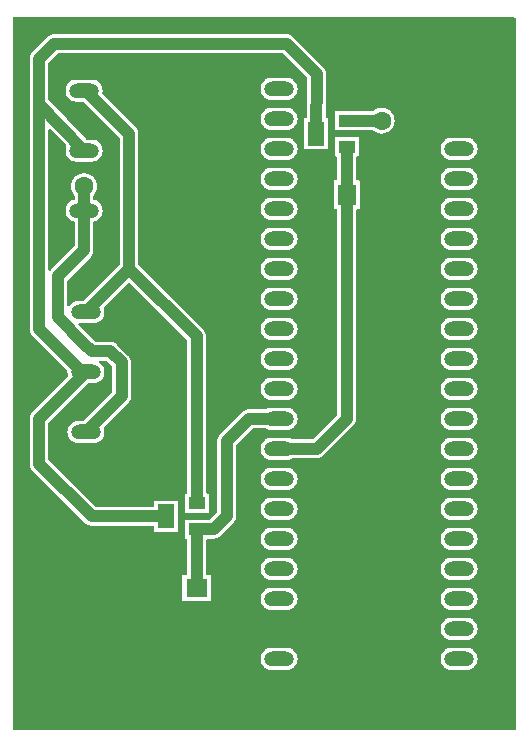
<source format=gtl>
G04 This is an RS-274x file exported by *
G04 gerbv version 2.6.2 *
G04 More information is available about gerbv at *
G04 http://gerbv.geda-project.org/ *
G04 --End of header info--*
%MOIN*%
%FSLAX34Y34*%
%IPPOS*%
G04 --Define apertures--*
%ADD10O,0.1000X0.0500*%
%ADD11R,0.0551X0.0394*%
%ADD12R,0.0551X0.0787*%
%ADD13R,0.0710X0.0630*%
%ADD14R,0.0630X0.0710*%
%ADD15C,0.0630*%
%ADD16C,0.0394*%
%ADD17C,0.0000*%
G04 --Start main section--*
G54D10*
G01X0017000Y0031438D03*
G01X0017000Y0027438D03*
G01X0017000Y0029438D03*
G54D11*
G01X0025762Y0030433D03*
G01X0025762Y0029567D03*
G54D12*
G01X0024739Y0030000D03*
G54D10*
G01X0017063Y0024063D03*
G01X0017063Y0020063D03*
G01X0017063Y0022063D03*
G01X0029500Y0016500D03*
G01X0029500Y0026500D03*
G01X0029500Y0030500D03*
G01X0029500Y0028500D03*
G01X0023500Y0022500D03*
G01X0023500Y0028500D03*
G01X0029500Y0021500D03*
G01X0029500Y0013500D03*
G01X0029500Y0017500D03*
G01X0023500Y0031500D03*
G01X0023500Y0021500D03*
G01X0029500Y0024500D03*
G01X0023500Y0012500D03*
G01X0023500Y0024500D03*
G01X0029500Y0027500D03*
G01X0023500Y0020500D03*
G01X0029500Y0012500D03*
G01X0023500Y0030500D03*
G01X0029500Y0022500D03*
G01X0023500Y0023500D03*
G01X0023500Y0017500D03*
G01X0029500Y0015500D03*
G01X0029500Y0018500D03*
G01X0023500Y0014500D03*
G01X0029500Y0025500D03*
G01X0023500Y0026500D03*
G01X0029500Y0031500D03*
G01X0029500Y0019500D03*
G01X0029500Y0020500D03*
G01X0023500Y0029500D03*
G01X0023500Y0027500D03*
G01X0023500Y0025500D03*
G01X0029500Y0014500D03*
G01X0023500Y0016500D03*
G01X0023500Y0018500D03*
G01X0023500Y0015500D03*
G01X0029500Y0023500D03*
G01X0023500Y0013500D03*
G01X0023500Y0019500D03*
G01X0029500Y0029500D03*
G54D13*
G01X0020750Y0014872D03*
G01X0020750Y0013753D03*
G54D11*
G01X0020762Y0017683D03*
G01X0020762Y0016817D03*
G54D12*
G01X0019738Y0017250D03*
G54D14*
G01X0025753Y0027969D03*
G01X0026872Y0027969D03*
G54D15*
G01X0026922Y0030438D03*
G01X0017000Y0028250D03*
G54D16*
G01X0017000Y0028250D02*
G01X0017000Y0028250D01*
G01X0017000Y0023000D02*
G01X0017250Y0022750D01*
G01X0016125Y0025250D02*
G01X0017000Y0026125D01*
G01X0017063Y0020063D02*
G01X0018250Y0021250D01*
G01X0017875Y0022750D02*
G01X0018250Y0022375D01*
G01X0017250Y0022750D02*
G01X0017875Y0022750D01*
G01X0017000Y0023000D02*
G01X0016125Y0023875D01*
G01X0016125Y0023875D02*
G01X0016125Y0025250D01*
G01X0017000Y0026125D02*
G01X0017000Y0027438D01*
G01X0018250Y0022375D02*
G01X0018250Y0021250D01*
G01X0025762Y0030433D02*
G01X0026922Y0030438D01*
G01X0017000Y0028250D02*
G01X0017000Y0027438D01*
G01X0018500Y0025500D02*
G01X0020750Y0023250D01*
G01X0018500Y0030000D02*
G01X0018500Y0025500D01*
G01X0020750Y0023250D02*
G01X0020750Y0020500D01*
G01X0017000Y0031438D02*
G01X0017063Y0031438D01*
G01X0020750Y0020500D02*
G01X0020762Y0017683D01*
G01X0018500Y0025500D02*
G01X0017063Y0024063D01*
G01X0017063Y0031438D02*
G01X0018500Y0030000D01*
G01X0016938Y0022063D02*
G01X0015500Y0023500D01*
G01X0017063Y0022063D02*
G01X0016938Y0022063D01*
G01X0024739Y0030000D02*
G01X0024750Y0032000D01*
G01X0015500Y0031000D02*
G01X0017000Y0029438D01*
G01X0015500Y0031000D02*
G01X0015500Y0032500D01*
G01X0015500Y0020500D02*
G01X0015500Y0019000D01*
G01X0016000Y0033000D02*
G01X0015500Y0032500D01*
G01X0015500Y0020500D02*
G01X0017063Y0022063D01*
G01X0015500Y0031000D02*
G01X0015500Y0023500D01*
G01X0017250Y0017250D02*
G01X0019738Y0017250D01*
G01X0016000Y0033000D02*
G01X0023750Y0033000D01*
G01X0015500Y0019000D02*
G01X0017250Y0017250D01*
G01X0024750Y0032000D02*
G01X0023750Y0033000D01*
G01X0020750Y0014872D02*
G01X0020762Y0016817D01*
G01X0020762Y0016817D02*
G01X0021317Y0016817D01*
G01X0022500Y0020500D02*
G01X0023500Y0020500D01*
G01X0021750Y0017750D02*
G01X0021750Y0017250D01*
G01X0021750Y0019750D02*
G01X0022500Y0020500D01*
G01X0020750Y0014872D02*
G01X0020750Y0014872D01*
G01X0021317Y0016817D02*
G01X0021750Y0017250D01*
G01X0021750Y0017750D02*
G01X0021750Y0019750D01*
G01X0024750Y0019500D02*
G01X0025750Y0020500D01*
G01X0025762Y0029567D02*
G01X0025753Y0027969D01*
G01X0023500Y0019500D02*
G01X0024750Y0019500D01*
G01X0025753Y0027969D02*
G01X0025750Y0020500D01*
G54D17*
G36*
G01X0031366Y0010126D02*
G01X0031382Y0010157D01*
G01X0031382Y0033843D01*
G01X0031374Y0033866D01*
G01X0031343Y0033882D01*
G01X0014657Y0033882D01*
G01X0014634Y0033874D01*
G01X0014618Y0033843D01*
G01X0014618Y0010157D01*
G01X0014626Y0010134D01*
G01X0014657Y0010118D01*
G01X0019351Y0010118D01*
G01X0019351Y0016738D01*
G01X0019349Y0016739D01*
G01X0019344Y0016748D01*
G01X0019344Y0016896D01*
G01X0019337Y0016919D01*
G01X0019305Y0016935D01*
G01X0017251Y0016935D01*
G01X0017249Y0016935D01*
G01X0017226Y0016938D01*
G01X0017224Y0016938D01*
G01X0017203Y0016939D01*
G01X0017199Y0016939D01*
G01X0017196Y0016940D01*
G01X0017190Y0016941D01*
G01X0017187Y0016942D01*
G01X0017183Y0016943D01*
G01X0017162Y0016949D01*
G01X0017160Y0016950D01*
G01X0017139Y0016955D01*
G01X0017135Y0016957D01*
G01X0017133Y0016958D01*
G01X0017127Y0016961D01*
G01X0017124Y0016962D01*
G01X0017120Y0016963D01*
G01X0017101Y0016974D01*
G01X0017100Y0016975D01*
G01X0017080Y0016985D01*
G01X0017077Y0016987D01*
G01X0017074Y0016989D01*
G01X0017069Y0016993D01*
G01X0017067Y0016994D01*
G01X0017063Y0016997D01*
G01X0017047Y0017011D01*
G01X0017046Y0017012D01*
G01X0017028Y0017027D01*
G01X0017027Y0017028D01*
G01X0015278Y0018777D01*
G01X0015277Y0018778D01*
G01X0015262Y0018796D01*
G01X0015261Y0018797D01*
G01X0015247Y0018813D01*
G01X0015244Y0018817D01*
G01X0015243Y0018819D01*
G01X0015239Y0018824D01*
G01X0015237Y0018827D01*
G01X0015235Y0018830D01*
G01X0015225Y0018850D01*
G01X0015224Y0018851D01*
G01X0015213Y0018870D01*
G01X0015212Y0018874D01*
G01X0015211Y0018877D01*
G01X0015208Y0018883D01*
G01X0015207Y0018885D01*
G01X0015205Y0018889D01*
G01X0015200Y0018910D01*
G01X0015199Y0018912D01*
G01X0015193Y0018933D01*
G01X0015192Y0018937D01*
G01X0015191Y0018940D01*
G01X0015190Y0018946D01*
G01X0015189Y0018949D01*
G01X0015189Y0018953D01*
G01X0015188Y0018974D01*
G01X0015188Y0018976D01*
G01X0015185Y0018999D01*
G01X0015185Y0019001D01*
G01X0015185Y0020499D01*
G01X0015185Y0020501D01*
G01X0015188Y0020524D01*
G01X0015188Y0020526D01*
G01X0015189Y0020547D01*
G01X0015189Y0020551D01*
G01X0015190Y0020554D01*
G01X0015191Y0020560D01*
G01X0015192Y0020563D01*
G01X0015193Y0020567D01*
G01X0015199Y0020588D01*
G01X0015200Y0020590D01*
G01X0015205Y0020611D01*
G01X0015207Y0020615D01*
G01X0015208Y0020617D01*
G01X0015211Y0020623D01*
G01X0015212Y0020626D01*
G01X0015213Y0020630D01*
G01X0015224Y0020649D01*
G01X0015225Y0020650D01*
G01X0015235Y0020670D01*
G01X0015237Y0020673D01*
G01X0015239Y0020676D01*
G01X0015243Y0020681D01*
G01X0015244Y0020683D01*
G01X0015247Y0020687D01*
G01X0015261Y0020703D01*
G01X0015262Y0020704D01*
G01X0015277Y0020722D01*
G01X0015278Y0020723D01*
G01X0016457Y0021902D01*
G01X0016468Y0021924D01*
G01X0016466Y0021941D01*
G01X0016452Y0021989D01*
G01X0016451Y0021993D01*
G01X0016445Y0022061D01*
G01X0016445Y0022064D01*
G01X0016447Y0022088D01*
G01X0016436Y0022120D01*
G01X0015278Y0023277D01*
G01X0015277Y0023278D01*
G01X0015263Y0023296D01*
G01X0015261Y0023298D01*
G01X0015247Y0023314D01*
G01X0015244Y0023317D01*
G01X0015243Y0023320D01*
G01X0015239Y0023325D01*
G01X0015237Y0023327D01*
G01X0015235Y0023331D01*
G01X0015225Y0023350D01*
G01X0015224Y0023352D01*
G01X0015213Y0023370D01*
G01X0015212Y0023374D01*
G01X0015211Y0023377D01*
G01X0015209Y0023383D01*
G01X0015207Y0023386D01*
G01X0015206Y0023389D01*
G01X0015200Y0023410D01*
G01X0015199Y0023412D01*
G01X0015193Y0023433D01*
G01X0015192Y0023437D01*
G01X0015192Y0023440D01*
G01X0015190Y0023446D01*
G01X0015190Y0023449D01*
G01X0015189Y0023453D01*
G01X0015188Y0023475D01*
G01X0015188Y0023477D01*
G01X0015185Y0023499D01*
G01X0015185Y0023501D01*
G01X0015185Y0031000D01*
G01X0015185Y0032499D01*
G01X0015185Y0032501D01*
G01X0015188Y0032524D01*
G01X0015188Y0032526D01*
G01X0015189Y0032547D01*
G01X0015189Y0032551D01*
G01X0015190Y0032554D01*
G01X0015191Y0032560D01*
G01X0015192Y0032563D01*
G01X0015193Y0032567D01*
G01X0015199Y0032588D01*
G01X0015200Y0032590D01*
G01X0015205Y0032611D01*
G01X0015207Y0032615D01*
G01X0015208Y0032617D01*
G01X0015211Y0032623D01*
G01X0015212Y0032626D01*
G01X0015213Y0032630D01*
G01X0015224Y0032649D01*
G01X0015225Y0032650D01*
G01X0015235Y0032670D01*
G01X0015237Y0032673D01*
G01X0015239Y0032676D01*
G01X0015243Y0032681D01*
G01X0015244Y0032683D01*
G01X0015247Y0032687D01*
G01X0015261Y0032703D01*
G01X0015262Y0032704D01*
G01X0015277Y0032722D01*
G01X0015278Y0032723D01*
G01X0015777Y0033222D01*
G01X0015778Y0033224D01*
G01X0015796Y0033238D01*
G01X0015797Y0033239D01*
G01X0015814Y0033254D01*
G01X0015817Y0033256D01*
G01X0015820Y0033258D01*
G01X0015825Y0033261D01*
G01X0015827Y0033263D01*
G01X0015830Y0033265D01*
G01X0015850Y0033275D01*
G01X0015852Y0033276D01*
G01X0015870Y0033287D01*
G01X0015874Y0033289D01*
G01X0015877Y0033290D01*
G01X0015883Y0033292D01*
G01X0015885Y0033293D01*
G01X0015889Y0033295D01*
G01X0015910Y0033301D01*
G01X0015912Y0033301D01*
G01X0015933Y0033308D01*
G01X0015937Y0033309D01*
G01X0015940Y0033309D01*
G01X0015946Y0033310D01*
G01X0015949Y0033311D01*
G01X0015953Y0033312D01*
G01X0015975Y0033313D01*
G01X0015977Y0033313D01*
G01X0015999Y0033315D01*
G01X0016001Y0033315D01*
G01X0023749Y0033315D01*
G01X0023751Y0033315D01*
G01X0023774Y0033313D01*
G01X0023776Y0033313D01*
G01X0023798Y0033312D01*
G01X0023802Y0033311D01*
G01X0023805Y0033310D01*
G01X0023811Y0033309D01*
G01X0023814Y0033309D01*
G01X0023818Y0033308D01*
G01X0023838Y0033301D01*
G01X0023840Y0033301D01*
G01X0023861Y0033295D01*
G01X0023865Y0033294D01*
G01X0023868Y0033292D01*
G01X0023873Y0033290D01*
G01X0023876Y0033289D01*
G01X0023880Y0033287D01*
G01X0023899Y0033276D01*
G01X0023901Y0033275D01*
G01X0023920Y0033266D01*
G01X0023923Y0033263D01*
G01X0023926Y0033261D01*
G01X0023931Y0033258D01*
G01X0023934Y0033256D01*
G01X0023937Y0033254D01*
G01X0023953Y0033239D01*
G01X0023955Y0033238D01*
G01X0023972Y0033224D01*
G01X0023974Y0033222D01*
G01X0024972Y0032224D01*
G01X0024974Y0032222D01*
G01X0024989Y0032204D01*
G01X0024990Y0032203D01*
G01X0025005Y0032186D01*
G01X0025007Y0032182D01*
G01X0025008Y0032180D01*
G01X0025012Y0032175D01*
G01X0025013Y0032174D01*
G01X0025015Y0032170D01*
G01X0025026Y0032150D01*
G01X0025027Y0032148D01*
G01X0025038Y0032129D01*
G01X0025039Y0032125D01*
G01X0025040Y0032123D01*
G01X0025042Y0032117D01*
G01X0025043Y0032115D01*
G01X0025045Y0032111D01*
G01X0025051Y0032089D01*
G01X0025051Y0032088D01*
G01X0025058Y0032066D01*
G01X0025059Y0032062D01*
G01X0025059Y0032060D01*
G01X0025060Y0032054D01*
G01X0025061Y0032052D01*
G01X0025062Y0032048D01*
G01X0025063Y0032025D01*
G01X0025063Y0032023D01*
G01X0025065Y0032000D01*
G01X0025065Y0031998D01*
G01X0025057Y0030551D01*
G01X0025065Y0030528D01*
G01X0025096Y0030512D01*
G01X0025126Y0030512D01*
G01X0025128Y0030511D01*
G01X0025133Y0030502D01*
G01X0025133Y0029495D01*
G01X0025132Y0029493D01*
G01X0025123Y0029488D01*
G01X0024351Y0029488D01*
G01X0024350Y0029489D01*
G01X0024345Y0029498D01*
G01X0024345Y0030506D01*
G01X0024346Y0030507D01*
G01X0024355Y0030512D01*
G01X0024388Y0030512D01*
G01X0024411Y0030520D01*
G01X0024427Y0030551D01*
G01X0024435Y0031854D01*
G01X0024423Y0031882D01*
G01X0023631Y0032674D01*
G01X0023604Y0032685D01*
G01X0016147Y0032685D01*
G01X0016119Y0032674D01*
G01X0015827Y0032381D01*
G01X0015815Y0032353D01*
G01X0015815Y0031143D01*
G01X0015826Y0031116D01*
G01X0017072Y0029818D01*
G01X0017100Y0029806D01*
G01X0017249Y0029806D01*
G01X0017251Y0029806D01*
G01X0017320Y0029799D01*
G01X0017324Y0029798D01*
G01X0017389Y0029778D01*
G01X0017393Y0029777D01*
G01X0017453Y0029744D01*
G01X0017456Y0029742D01*
G01X0017509Y0029699D01*
G01X0017512Y0029696D01*
G01X0017555Y0029644D01*
G01X0017557Y0029640D01*
G01X0017589Y0029580D01*
G01X0017591Y0029577D01*
G01X0017610Y0029511D01*
G01X0017611Y0029507D01*
G01X0017618Y0029439D01*
G01X0017618Y0029436D01*
G01X0017611Y0029368D01*
G01X0017610Y0029364D01*
G01X0017591Y0029298D01*
G01X0017589Y0029295D01*
G01X0017557Y0029235D01*
G01X0017555Y0029231D01*
G01X0017512Y0029179D01*
G01X0017509Y0029176D01*
G01X0017456Y0029133D01*
G01X0017453Y0029131D01*
G01X0017393Y0029098D01*
G01X0017389Y0029097D01*
G01X0017324Y0029077D01*
G01X0017320Y0029076D01*
G01X0017251Y0029069D01*
G01X0017249Y0029069D01*
G01X0016751Y0029069D01*
G01X0016749Y0029069D01*
G01X0016680Y0029076D01*
G01X0016676Y0029077D01*
G01X0016611Y0029097D01*
G01X0016607Y0029098D01*
G01X0016547Y0029131D01*
G01X0016544Y0029133D01*
G01X0016491Y0029176D01*
G01X0016488Y0029179D01*
G01X0016445Y0029231D01*
G01X0016443Y0029235D01*
G01X0016411Y0029295D01*
G01X0016409Y0029298D01*
G01X0016390Y0029364D01*
G01X0016389Y0029368D01*
G01X0016382Y0029436D01*
G01X0016382Y0029439D01*
G01X0016389Y0029507D01*
G01X0016390Y0029511D01*
G01X0016408Y0029571D01*
G01X0016407Y0029595D01*
G01X0016398Y0029610D01*
G01X0015883Y0030147D01*
G01X0015861Y0030158D01*
G01X0015837Y0030155D01*
G01X0015819Y0030137D01*
G01X0015815Y0030119D01*
G01X0015815Y0025477D01*
G01X0015823Y0025453D01*
G01X0015843Y0025439D01*
G01X0015867Y0025439D01*
G01X0015884Y0025450D01*
G01X0015886Y0025453D01*
G01X0015888Y0025455D01*
G01X0015902Y0025472D01*
G01X0015903Y0025474D01*
G01X0016674Y0026244D01*
G01X0016685Y0026272D01*
G01X0016685Y0027045D01*
G01X0016677Y0027069D01*
G01X0016657Y0027083D01*
G01X0016611Y0027097D01*
G01X0016607Y0027098D01*
G01X0016547Y0027131D01*
G01X0016544Y0027133D01*
G01X0016491Y0027176D01*
G01X0016488Y0027179D01*
G01X0016445Y0027231D01*
G01X0016443Y0027235D01*
G01X0016411Y0027295D01*
G01X0016409Y0027298D01*
G01X0016390Y0027364D01*
G01X0016389Y0027368D01*
G01X0016382Y0027436D01*
G01X0016382Y0027439D01*
G01X0016389Y0027507D01*
G01X0016390Y0027511D01*
G01X0016409Y0027577D01*
G01X0016411Y0027580D01*
G01X0016443Y0027640D01*
G01X0016445Y0027644D01*
G01X0016488Y0027696D01*
G01X0016491Y0027699D01*
G01X0016544Y0027742D01*
G01X0016547Y0027744D01*
G01X0016607Y0027777D01*
G01X0016611Y0027778D01*
G01X0016657Y0027792D01*
G01X0016677Y0027806D01*
G01X0016685Y0027830D01*
G01X0016685Y0027938D01*
G01X0016677Y0027962D01*
G01X0016633Y0028021D01*
G01X0016631Y0028024D01*
G01X0016597Y0028092D01*
G01X0016596Y0028095D01*
G01X0016575Y0028169D01*
G01X0016574Y0028172D01*
G01X0016567Y0028248D01*
G01X0016567Y0028252D01*
G01X0016574Y0028328D01*
G01X0016575Y0028331D01*
G01X0016596Y0028405D01*
G01X0016597Y0028408D01*
G01X0016631Y0028476D01*
G01X0016633Y0028479D01*
G01X0016679Y0028540D01*
G01X0016681Y0028543D01*
G01X0016738Y0028594D01*
G01X0016741Y0028597D01*
G01X0016805Y0028637D01*
G01X0016809Y0028638D01*
G01X0016880Y0028666D01*
G01X0016883Y0028667D01*
G01X0016958Y0028681D01*
G01X0016962Y0028681D01*
G01X0017038Y0028681D01*
G01X0017042Y0028681D01*
G01X0017117Y0028667D01*
G01X0017120Y0028666D01*
G01X0017191Y0028638D01*
G01X0017195Y0028637D01*
G01X0017259Y0028597D01*
G01X0017262Y0028594D01*
G01X0017319Y0028543D01*
G01X0017321Y0028540D01*
G01X0017367Y0028479D01*
G01X0017369Y0028476D01*
G01X0017403Y0028408D01*
G01X0017404Y0028405D01*
G01X0017425Y0028331D01*
G01X0017426Y0028328D01*
G01X0017433Y0028252D01*
G01X0017433Y0028248D01*
G01X0017426Y0028172D01*
G01X0017425Y0028169D01*
G01X0017404Y0028095D01*
G01X0017403Y0028092D01*
G01X0017369Y0028024D01*
G01X0017367Y0028021D01*
G01X0017323Y0027962D01*
G01X0017315Y0027939D01*
G01X0017315Y0027830D01*
G01X0017323Y0027806D01*
G01X0017343Y0027792D01*
G01X0017389Y0027778D01*
G01X0017393Y0027777D01*
G01X0017453Y0027744D01*
G01X0017456Y0027742D01*
G01X0017509Y0027699D01*
G01X0017512Y0027696D01*
G01X0017555Y0027644D01*
G01X0017557Y0027640D01*
G01X0017589Y0027580D01*
G01X0017591Y0027577D01*
G01X0017610Y0027511D01*
G01X0017611Y0027507D01*
G01X0017618Y0027439D01*
G01X0017618Y0027436D01*
G01X0017611Y0027368D01*
G01X0017610Y0027364D01*
G01X0017591Y0027298D01*
G01X0017589Y0027295D01*
G01X0017557Y0027235D01*
G01X0017555Y0027231D01*
G01X0017512Y0027179D01*
G01X0017509Y0027176D01*
G01X0017456Y0027133D01*
G01X0017453Y0027131D01*
G01X0017393Y0027098D01*
G01X0017389Y0027097D01*
G01X0017343Y0027083D01*
G01X0017323Y0027069D01*
G01X0017315Y0027045D01*
G01X0017315Y0026126D01*
G01X0017315Y0026124D01*
G01X0017313Y0026102D01*
G01X0017313Y0026100D01*
G01X0017311Y0026078D01*
G01X0017311Y0026074D01*
G01X0017310Y0026071D01*
G01X0017309Y0026065D01*
G01X0017309Y0026062D01*
G01X0017308Y0026058D01*
G01X0017301Y0026037D01*
G01X0017300Y0026035D01*
G01X0017295Y0026014D01*
G01X0017293Y0026011D01*
G01X0017292Y0026008D01*
G01X0017290Y0026002D01*
G01X0017289Y0025999D01*
G01X0017287Y0025995D01*
G01X0017276Y0025977D01*
G01X0017275Y0025975D01*
G01X0017265Y0025956D01*
G01X0017263Y0025952D01*
G01X0017261Y0025950D01*
G01X0017258Y0025945D01*
G01X0017256Y0025942D01*
G01X0017254Y0025939D01*
G01X0017239Y0025923D01*
G01X0017238Y0025921D01*
G01X0017224Y0025903D01*
G01X0017222Y0025902D01*
G01X0016452Y0025131D01*
G01X0016440Y0025104D01*
G01X0016440Y0024296D01*
G01X0016448Y0024273D01*
G01X0016468Y0024259D01*
G01X0016492Y0024259D01*
G01X0016510Y0024271D01*
G01X0016551Y0024321D01*
G01X0016554Y0024324D01*
G01X0016606Y0024367D01*
G01X0016610Y0024369D01*
G01X0016670Y0024402D01*
G01X0016673Y0024403D01*
G01X0016739Y0024423D01*
G01X0016743Y0024424D01*
G01X0016812Y0024431D01*
G01X0016813Y0024431D01*
G01X0016969Y0024431D01*
G01X0016997Y0024442D01*
G01X0018174Y0025619D01*
G01X0018185Y0025647D01*
G01X0018185Y0029854D01*
G01X0018174Y0029881D01*
G01X0016997Y0031058D01*
G01X0016969Y0031069D01*
G01X0016751Y0031069D01*
G01X0016749Y0031069D01*
G01X0016680Y0031076D01*
G01X0016676Y0031077D01*
G01X0016611Y0031097D01*
G01X0016607Y0031098D01*
G01X0016547Y0031131D01*
G01X0016544Y0031133D01*
G01X0016491Y0031176D01*
G01X0016488Y0031179D01*
G01X0016445Y0031231D01*
G01X0016443Y0031235D01*
G01X0016411Y0031295D01*
G01X0016409Y0031298D01*
G01X0016390Y0031364D01*
G01X0016389Y0031368D01*
G01X0016382Y0031436D01*
G01X0016382Y0031439D01*
G01X0016389Y0031507D01*
G01X0016390Y0031511D01*
G01X0016409Y0031577D01*
G01X0016411Y0031580D01*
G01X0016443Y0031640D01*
G01X0016445Y0031644D01*
G01X0016488Y0031696D01*
G01X0016491Y0031699D01*
G01X0016544Y0031742D01*
G01X0016547Y0031744D01*
G01X0016607Y0031777D01*
G01X0016611Y0031778D01*
G01X0016676Y0031798D01*
G01X0016680Y0031799D01*
G01X0016749Y0031806D01*
G01X0016751Y0031806D01*
G01X0017249Y0031806D01*
G01X0017251Y0031806D01*
G01X0017320Y0031799D01*
G01X0017324Y0031798D01*
G01X0017389Y0031778D01*
G01X0017393Y0031777D01*
G01X0017453Y0031744D01*
G01X0017456Y0031742D01*
G01X0017509Y0031699D01*
G01X0017512Y0031696D01*
G01X0017555Y0031644D01*
G01X0017557Y0031640D01*
G01X0017589Y0031580D01*
G01X0017591Y0031577D01*
G01X0017610Y0031511D01*
G01X0017611Y0031507D01*
G01X0017618Y0031439D01*
G01X0017618Y0031436D01*
G01X0017611Y0031368D01*
G01X0017610Y0031362D01*
G01X0017611Y0031362D01*
G01X0017611Y0031340D01*
G01X0017621Y0031325D01*
G01X0018722Y0030224D01*
G01X0018724Y0030222D01*
G01X0018738Y0030205D01*
G01X0018739Y0030203D01*
G01X0018754Y0030187D01*
G01X0018756Y0030184D01*
G01X0018758Y0030181D01*
G01X0018761Y0030176D01*
G01X0018763Y0030174D01*
G01X0018765Y0030170D01*
G01X0018775Y0030151D01*
G01X0018776Y0030149D01*
G01X0018787Y0030130D01*
G01X0018789Y0030127D01*
G01X0018790Y0030124D01*
G01X0018792Y0030118D01*
G01X0018793Y0030115D01*
G01X0018795Y0030111D01*
G01X0018800Y0030090D01*
G01X0018801Y0030088D01*
G01X0018808Y0030068D01*
G01X0018809Y0030064D01*
G01X0018809Y0030061D01*
G01X0018810Y0030055D01*
G01X0018811Y0030052D01*
G01X0018811Y0030048D01*
G01X0018813Y0030026D01*
G01X0018813Y0030024D01*
G01X0018815Y0030001D01*
G01X0018815Y0029999D01*
G01X0018815Y0025647D01*
G01X0018827Y0025619D01*
G01X0020972Y0023474D01*
G01X0020974Y0023472D01*
G01X0020988Y0023455D01*
G01X0020989Y0023453D01*
G01X0021004Y0023437D01*
G01X0021006Y0023434D01*
G01X0021008Y0023431D01*
G01X0021011Y0023426D01*
G01X0021013Y0023423D01*
G01X0021015Y0023420D01*
G01X0021025Y0023401D01*
G01X0021026Y0023399D01*
G01X0021037Y0023380D01*
G01X0021039Y0023376D01*
G01X0021040Y0023373D01*
G01X0021042Y0023368D01*
G01X0021043Y0023365D01*
G01X0021045Y0023361D01*
G01X0021050Y0023340D01*
G01X0021051Y0023338D01*
G01X0021058Y0023318D01*
G01X0021059Y0023314D01*
G01X0021059Y0023311D01*
G01X0021060Y0023305D01*
G01X0021061Y0023302D01*
G01X0021061Y0023298D01*
G01X0021063Y0023276D01*
G01X0021063Y0023274D01*
G01X0021065Y0023251D01*
G01X0021065Y0023249D01*
G01X0021065Y0020501D01*
G01X0021065Y0020501D01*
G01X0021075Y0018037D01*
G01X0021083Y0018014D01*
G01X0021115Y0017998D01*
G01X0021149Y0017998D01*
G01X0021151Y0017997D01*
G01X0021156Y0017989D01*
G01X0021156Y0017374D01*
G01X0021155Y0017373D01*
G01X0021146Y0017368D01*
G01X0020374Y0017368D01*
G01X0020373Y0017369D01*
G01X0020368Y0017377D01*
G01X0020368Y0017992D01*
G01X0020369Y0017994D01*
G01X0020377Y0017998D01*
G01X0020406Y0017998D01*
G01X0020429Y0018006D01*
G01X0020445Y0018038D01*
G01X0020435Y0020499D01*
G01X0020435Y0020499D01*
G01X0020435Y0020500D01*
G01X0020435Y0020500D01*
G01X0020435Y0023104D01*
G01X0020424Y0023131D01*
G01X0018528Y0025027D01*
G01X0018506Y0025038D01*
G01X0018472Y0025027D01*
G01X0017668Y0024223D01*
G01X0017657Y0024201D01*
G01X0017659Y0024184D01*
G01X0017673Y0024136D01*
G01X0017674Y0024132D01*
G01X0017680Y0024064D01*
G01X0017680Y0024061D01*
G01X0017674Y0023993D01*
G01X0017673Y0023989D01*
G01X0017653Y0023923D01*
G01X0017652Y0023920D01*
G01X0017619Y0023860D01*
G01X0017617Y0023856D01*
G01X0017574Y0023804D01*
G01X0017571Y0023801D01*
G01X0017519Y0023758D01*
G01X0017515Y0023756D01*
G01X0017455Y0023723D01*
G01X0017452Y0023722D01*
G01X0017386Y0023702D01*
G01X0017382Y0023701D01*
G01X0017313Y0023694D01*
G01X0017312Y0023694D01*
G01X0016847Y0023694D01*
G01X0016823Y0023687D01*
G01X0016809Y0023667D01*
G01X0016809Y0023642D01*
G01X0016819Y0023627D01*
G01X0017369Y0023077D01*
G01X0017397Y0023065D01*
G01X0017874Y0023065D01*
G01X0017876Y0023065D01*
G01X0017899Y0023063D01*
G01X0017901Y0023063D01*
G01X0017922Y0023061D01*
G01X0017926Y0023061D01*
G01X0017929Y0023060D01*
G01X0017936Y0023059D01*
G01X0017939Y0023059D01*
G01X0017943Y0023058D01*
G01X0017963Y0023051D01*
G01X0017965Y0023050D01*
G01X0017986Y0023045D01*
G01X0017990Y0023043D01*
G01X0017993Y0023042D01*
G01X0017998Y0023040D01*
G01X0018001Y0023039D01*
G01X0018005Y0023037D01*
G01X0018024Y0023026D01*
G01X0018026Y0023025D01*
G01X0018045Y0023015D01*
G01X0018048Y0023013D01*
G01X0018051Y0023011D01*
G01X0018056Y0023008D01*
G01X0018059Y0023006D01*
G01X0018062Y0023004D01*
G01X0018078Y0022989D01*
G01X0018080Y0022988D01*
G01X0018097Y0022974D01*
G01X0018099Y0022972D01*
G01X0018472Y0022599D01*
G01X0018474Y0022597D01*
G01X0018488Y0022580D01*
G01X0018489Y0022578D01*
G01X0018504Y0022562D01*
G01X0018506Y0022559D01*
G01X0018508Y0022556D01*
G01X0018511Y0022551D01*
G01X0018513Y0022548D01*
G01X0018515Y0022545D01*
G01X0018525Y0022526D01*
G01X0018526Y0022524D01*
G01X0018537Y0022505D01*
G01X0018539Y0022501D01*
G01X0018540Y0022498D01*
G01X0018542Y0022493D01*
G01X0018543Y0022490D01*
G01X0018545Y0022486D01*
G01X0018550Y0022465D01*
G01X0018551Y0022463D01*
G01X0018558Y0022443D01*
G01X0018559Y0022439D01*
G01X0018559Y0022436D01*
G01X0018560Y0022430D01*
G01X0018561Y0022427D01*
G01X0018561Y0022422D01*
G01X0018563Y0022401D01*
G01X0018563Y0022399D01*
G01X0018565Y0022376D01*
G01X0018565Y0022374D01*
G01X0018565Y0021251D01*
G01X0018565Y0021249D01*
G01X0018563Y0021227D01*
G01X0018563Y0021225D01*
G01X0018561Y0021203D01*
G01X0018561Y0021199D01*
G01X0018560Y0021196D01*
G01X0018559Y0021190D01*
G01X0018559Y0021187D01*
G01X0018558Y0021183D01*
G01X0018551Y0021162D01*
G01X0018550Y0021160D01*
G01X0018545Y0021139D01*
G01X0018543Y0021136D01*
G01X0018542Y0021133D01*
G01X0018540Y0021127D01*
G01X0018539Y0021124D01*
G01X0018537Y0021120D01*
G01X0018526Y0021102D01*
G01X0018525Y0021100D01*
G01X0018515Y0021081D01*
G01X0018513Y0021077D01*
G01X0018511Y0021075D01*
G01X0018508Y0021070D01*
G01X0018506Y0021067D01*
G01X0018504Y0021064D01*
G01X0018489Y0021048D01*
G01X0018488Y0021046D01*
G01X0018474Y0021028D01*
G01X0018472Y0021027D01*
G01X0017668Y0020223D01*
G01X0017657Y0020201D01*
G01X0017659Y0020184D01*
G01X0017673Y0020136D01*
G01X0017674Y0020132D01*
G01X0017680Y0020064D01*
G01X0017680Y0020061D01*
G01X0017674Y0019993D01*
G01X0017673Y0019989D01*
G01X0017653Y0019923D01*
G01X0017652Y0019920D01*
G01X0017619Y0019860D01*
G01X0017617Y0019856D01*
G01X0017574Y0019804D01*
G01X0017571Y0019801D01*
G01X0017519Y0019758D01*
G01X0017515Y0019756D01*
G01X0017455Y0019723D01*
G01X0017452Y0019722D01*
G01X0017386Y0019702D01*
G01X0017382Y0019701D01*
G01X0017313Y0019694D01*
G01X0017312Y0019694D01*
G01X0016813Y0019694D01*
G01X0016812Y0019694D01*
G01X0016743Y0019701D01*
G01X0016739Y0019702D01*
G01X0016673Y0019722D01*
G01X0016670Y0019723D01*
G01X0016610Y0019756D01*
G01X0016606Y0019758D01*
G01X0016554Y0019801D01*
G01X0016551Y0019804D01*
G01X0016508Y0019856D01*
G01X0016506Y0019860D01*
G01X0016473Y0019920D01*
G01X0016472Y0019923D01*
G01X0016452Y0019989D01*
G01X0016451Y0019993D01*
G01X0016445Y0020061D01*
G01X0016445Y0020064D01*
G01X0016451Y0020132D01*
G01X0016452Y0020136D01*
G01X0016472Y0020202D01*
G01X0016473Y0020205D01*
G01X0016506Y0020265D01*
G01X0016508Y0020269D01*
G01X0016551Y0020321D01*
G01X0016554Y0020324D01*
G01X0016606Y0020367D01*
G01X0016610Y0020369D01*
G01X0016670Y0020402D01*
G01X0016673Y0020403D01*
G01X0016739Y0020423D01*
G01X0016743Y0020424D01*
G01X0016812Y0020431D01*
G01X0016813Y0020431D01*
G01X0016969Y0020431D01*
G01X0016997Y0020442D01*
G01X0017924Y0021369D01*
G01X0017935Y0021397D01*
G01X0017935Y0022229D01*
G01X0017924Y0022256D01*
G01X0017756Y0022424D01*
G01X0017728Y0022435D01*
G01X0017546Y0022435D01*
G01X0017522Y0022428D01*
G01X0017508Y0022408D01*
G01X0017509Y0022383D01*
G01X0017521Y0022366D01*
G01X0017571Y0022324D01*
G01X0017574Y0022321D01*
G01X0017617Y0022269D01*
G01X0017619Y0022265D01*
G01X0017652Y0022205D01*
G01X0017653Y0022202D01*
G01X0017673Y0022136D01*
G01X0017674Y0022132D01*
G01X0017680Y0022064D01*
G01X0017680Y0022061D01*
G01X0017674Y0021993D01*
G01X0017673Y0021989D01*
G01X0017653Y0021923D01*
G01X0017652Y0021920D01*
G01X0017619Y0021860D01*
G01X0017617Y0021856D01*
G01X0017574Y0021804D01*
G01X0017571Y0021801D01*
G01X0017519Y0021758D01*
G01X0017515Y0021756D01*
G01X0017455Y0021723D01*
G01X0017452Y0021722D01*
G01X0017386Y0021702D01*
G01X0017382Y0021701D01*
G01X0017313Y0021694D01*
G01X0017312Y0021694D01*
G01X0017156Y0021694D01*
G01X0017128Y0021683D01*
G01X0015826Y0020381D01*
G01X0015815Y0020353D01*
G01X0015815Y0019147D01*
G01X0015826Y0019119D01*
G01X0017369Y0017576D01*
G01X0017397Y0017565D01*
G01X0019305Y0017565D01*
G01X0019328Y0017573D01*
G01X0019344Y0017604D01*
G01X0019344Y0017756D01*
G01X0019345Y0017757D01*
G01X0019354Y0017762D01*
G01X0020126Y0017762D01*
G01X0020127Y0017761D01*
G01X0020132Y0017752D01*
G01X0020132Y0016744D01*
G01X0020131Y0016743D01*
G01X0020123Y0016738D01*
G01X0019351Y0016738D01*
G01X0019351Y0010118D01*
G01X0020283Y0010118D01*
G01X0020283Y0014439D01*
G01X0020281Y0014440D01*
G01X0020277Y0014449D01*
G01X0020277Y0015299D01*
G01X0020278Y0015301D01*
G01X0020286Y0015305D01*
G01X0020399Y0015305D01*
G01X0020422Y0015313D01*
G01X0020438Y0015345D01*
G01X0020445Y0016462D01*
G01X0020437Y0016486D01*
G01X0020405Y0016502D01*
G01X0020374Y0016502D01*
G01X0020373Y0016503D01*
G01X0020368Y0016511D01*
G01X0020368Y0017126D01*
G01X0020369Y0017127D01*
G01X0020377Y0017132D01*
G01X0021170Y0017132D01*
G01X0021198Y0017143D01*
G01X0021424Y0017369D01*
G01X0021435Y0017397D01*
G01X0021435Y0017750D01*
G01X0021435Y0019749D01*
G01X0021435Y0019751D01*
G01X0021438Y0019774D01*
G01X0021438Y0019776D01*
G01X0021439Y0019797D01*
G01X0021439Y0019801D01*
G01X0021440Y0019804D01*
G01X0021441Y0019810D01*
G01X0021442Y0019813D01*
G01X0021443Y0019817D01*
G01X0021449Y0019838D01*
G01X0021450Y0019840D01*
G01X0021455Y0019861D01*
G01X0021457Y0019865D01*
G01X0021458Y0019867D01*
G01X0021461Y0019873D01*
G01X0021462Y0019876D01*
G01X0021463Y0019880D01*
G01X0021474Y0019899D01*
G01X0021475Y0019900D01*
G01X0021485Y0019920D01*
G01X0021487Y0019923D01*
G01X0021489Y0019926D01*
G01X0021493Y0019931D01*
G01X0021494Y0019933D01*
G01X0021497Y0019937D01*
G01X0021511Y0019953D01*
G01X0021512Y0019954D01*
G01X0021527Y0019972D01*
G01X0021528Y0019973D01*
G01X0022277Y0020722D01*
G01X0022278Y0020723D01*
G01X0022296Y0020738D01*
G01X0022297Y0020739D01*
G01X0022313Y0020753D01*
G01X0022317Y0020756D01*
G01X0022319Y0020757D01*
G01X0022324Y0020761D01*
G01X0022327Y0020763D01*
G01X0022330Y0020765D01*
G01X0022350Y0020775D01*
G01X0022351Y0020776D01*
G01X0022370Y0020787D01*
G01X0022374Y0020788D01*
G01X0022377Y0020789D01*
G01X0022383Y0020792D01*
G01X0022385Y0020793D01*
G01X0022389Y0020795D01*
G01X0022410Y0020800D01*
G01X0022412Y0020801D01*
G01X0022433Y0020807D01*
G01X0022437Y0020808D01*
G01X0022440Y0020809D01*
G01X0022446Y0020810D01*
G01X0022449Y0020811D01*
G01X0022453Y0020811D01*
G01X0022474Y0020812D01*
G01X0022476Y0020812D01*
G01X0022499Y0020815D01*
G01X0022501Y0020815D01*
G01X0023052Y0020815D01*
G01X0023071Y0020820D01*
G01X0023107Y0020839D01*
G01X0023111Y0020841D01*
G01X0023176Y0020860D01*
G01X0023180Y0020861D01*
G01X0023249Y0020868D01*
G01X0023251Y0020868D01*
G01X0023251Y0020868D01*
G01X0023251Y0021132D01*
G01X0023249Y0021132D01*
G01X0023180Y0021139D01*
G01X0023176Y0021139D01*
G01X0023111Y0021159D01*
G01X0023107Y0021161D01*
G01X0023047Y0021193D01*
G01X0023044Y0021195D01*
G01X0022991Y0021238D01*
G01X0022988Y0021241D01*
G01X0022945Y0021294D01*
G01X0022943Y0021297D01*
G01X0022911Y0021357D01*
G01X0022909Y0021361D01*
G01X0022889Y0021426D01*
G01X0022889Y0021430D01*
G01X0022882Y0021498D01*
G01X0022882Y0021502D01*
G01X0022889Y0021570D01*
G01X0022889Y0021574D01*
G01X0022909Y0021639D01*
G01X0022911Y0021642D01*
G01X0022943Y0021703D01*
G01X0022945Y0021706D01*
G01X0022988Y0021759D01*
G01X0022991Y0021761D01*
G01X0023044Y0021805D01*
G01X0023047Y0021807D01*
G01X0023107Y0021839D01*
G01X0023111Y0021841D01*
G01X0023176Y0021860D01*
G01X0023180Y0021861D01*
G01X0023249Y0021868D01*
G01X0023251Y0021868D01*
G01X0023251Y0021868D01*
G01X0023251Y0022132D01*
G01X0023249Y0022132D01*
G01X0023180Y0022139D01*
G01X0023176Y0022139D01*
G01X0023111Y0022159D01*
G01X0023107Y0022161D01*
G01X0023047Y0022193D01*
G01X0023044Y0022195D01*
G01X0022991Y0022238D01*
G01X0022988Y0022241D01*
G01X0022945Y0022294D01*
G01X0022943Y0022297D01*
G01X0022911Y0022357D01*
G01X0022909Y0022361D01*
G01X0022889Y0022426D01*
G01X0022889Y0022430D01*
G01X0022882Y0022498D01*
G01X0022882Y0022502D01*
G01X0022889Y0022570D01*
G01X0022889Y0022574D01*
G01X0022909Y0022639D01*
G01X0022911Y0022642D01*
G01X0022943Y0022703D01*
G01X0022945Y0022706D01*
G01X0022988Y0022759D01*
G01X0022991Y0022761D01*
G01X0023044Y0022805D01*
G01X0023047Y0022807D01*
G01X0023107Y0022839D01*
G01X0023111Y0022841D01*
G01X0023176Y0022860D01*
G01X0023180Y0022861D01*
G01X0023249Y0022868D01*
G01X0023251Y0022868D01*
G01X0023251Y0022868D01*
G01X0023251Y0023132D01*
G01X0023249Y0023132D01*
G01X0023180Y0023139D01*
G01X0023176Y0023139D01*
G01X0023111Y0023159D01*
G01X0023107Y0023161D01*
G01X0023047Y0023193D01*
G01X0023044Y0023195D01*
G01X0022991Y0023238D01*
G01X0022988Y0023241D01*
G01X0022945Y0023294D01*
G01X0022943Y0023297D01*
G01X0022911Y0023357D01*
G01X0022909Y0023361D01*
G01X0022889Y0023426D01*
G01X0022889Y0023430D01*
G01X0022882Y0023498D01*
G01X0022882Y0023502D01*
G01X0022889Y0023570D01*
G01X0022889Y0023574D01*
G01X0022909Y0023639D01*
G01X0022911Y0023642D01*
G01X0022943Y0023703D01*
G01X0022945Y0023706D01*
G01X0022988Y0023759D01*
G01X0022991Y0023761D01*
G01X0023044Y0023805D01*
G01X0023047Y0023807D01*
G01X0023107Y0023839D01*
G01X0023111Y0023841D01*
G01X0023176Y0023860D01*
G01X0023180Y0023861D01*
G01X0023249Y0023868D01*
G01X0023251Y0023868D01*
G01X0023251Y0023868D01*
G01X0023251Y0024132D01*
G01X0023249Y0024132D01*
G01X0023180Y0024139D01*
G01X0023176Y0024139D01*
G01X0023111Y0024159D01*
G01X0023107Y0024161D01*
G01X0023047Y0024193D01*
G01X0023044Y0024195D01*
G01X0022991Y0024238D01*
G01X0022988Y0024241D01*
G01X0022945Y0024294D01*
G01X0022943Y0024297D01*
G01X0022911Y0024357D01*
G01X0022909Y0024361D01*
G01X0022889Y0024426D01*
G01X0022889Y0024430D01*
G01X0022882Y0024498D01*
G01X0022882Y0024502D01*
G01X0022889Y0024570D01*
G01X0022889Y0024574D01*
G01X0022909Y0024639D01*
G01X0022911Y0024642D01*
G01X0022943Y0024703D01*
G01X0022945Y0024706D01*
G01X0022988Y0024759D01*
G01X0022991Y0024761D01*
G01X0023044Y0024805D01*
G01X0023047Y0024807D01*
G01X0023107Y0024839D01*
G01X0023111Y0024841D01*
G01X0023176Y0024860D01*
G01X0023180Y0024861D01*
G01X0023249Y0024868D01*
G01X0023251Y0024868D01*
G01X0023251Y0024868D01*
G01X0023251Y0025132D01*
G01X0023249Y0025132D01*
G01X0023180Y0025139D01*
G01X0023176Y0025139D01*
G01X0023111Y0025159D01*
G01X0023107Y0025161D01*
G01X0023047Y0025193D01*
G01X0023044Y0025195D01*
G01X0022991Y0025238D01*
G01X0022988Y0025241D01*
G01X0022945Y0025294D01*
G01X0022943Y0025297D01*
G01X0022911Y0025357D01*
G01X0022909Y0025361D01*
G01X0022889Y0025426D01*
G01X0022889Y0025430D01*
G01X0022882Y0025498D01*
G01X0022882Y0025502D01*
G01X0022889Y0025570D01*
G01X0022889Y0025574D01*
G01X0022909Y0025639D01*
G01X0022911Y0025642D01*
G01X0022943Y0025703D01*
G01X0022945Y0025706D01*
G01X0022988Y0025759D01*
G01X0022991Y0025761D01*
G01X0023044Y0025805D01*
G01X0023047Y0025807D01*
G01X0023107Y0025839D01*
G01X0023111Y0025841D01*
G01X0023176Y0025860D01*
G01X0023180Y0025861D01*
G01X0023249Y0025868D01*
G01X0023251Y0025868D01*
G01X0023251Y0025868D01*
G01X0023251Y0026132D01*
G01X0023249Y0026132D01*
G01X0023180Y0026139D01*
G01X0023176Y0026139D01*
G01X0023111Y0026159D01*
G01X0023107Y0026161D01*
G01X0023047Y0026193D01*
G01X0023044Y0026195D01*
G01X0022991Y0026238D01*
G01X0022988Y0026241D01*
G01X0022945Y0026294D01*
G01X0022943Y0026297D01*
G01X0022911Y0026357D01*
G01X0022909Y0026361D01*
G01X0022889Y0026426D01*
G01X0022889Y0026430D01*
G01X0022882Y0026498D01*
G01X0022882Y0026502D01*
G01X0022889Y0026570D01*
G01X0022889Y0026574D01*
G01X0022909Y0026639D01*
G01X0022911Y0026642D01*
G01X0022943Y0026703D01*
G01X0022945Y0026706D01*
G01X0022988Y0026759D01*
G01X0022991Y0026761D01*
G01X0023044Y0026805D01*
G01X0023047Y0026807D01*
G01X0023107Y0026839D01*
G01X0023111Y0026841D01*
G01X0023176Y0026860D01*
G01X0023180Y0026861D01*
G01X0023249Y0026868D01*
G01X0023251Y0026868D01*
G01X0023251Y0026868D01*
G01X0023251Y0027132D01*
G01X0023249Y0027132D01*
G01X0023180Y0027139D01*
G01X0023176Y0027139D01*
G01X0023111Y0027159D01*
G01X0023107Y0027161D01*
G01X0023047Y0027193D01*
G01X0023044Y0027195D01*
G01X0022991Y0027238D01*
G01X0022988Y0027241D01*
G01X0022945Y0027294D01*
G01X0022943Y0027297D01*
G01X0022911Y0027357D01*
G01X0022909Y0027361D01*
G01X0022889Y0027426D01*
G01X0022889Y0027430D01*
G01X0022882Y0027498D01*
G01X0022882Y0027502D01*
G01X0022889Y0027570D01*
G01X0022889Y0027574D01*
G01X0022909Y0027639D01*
G01X0022911Y0027642D01*
G01X0022943Y0027703D01*
G01X0022945Y0027706D01*
G01X0022988Y0027759D01*
G01X0022991Y0027761D01*
G01X0023044Y0027805D01*
G01X0023047Y0027807D01*
G01X0023107Y0027839D01*
G01X0023111Y0027841D01*
G01X0023176Y0027860D01*
G01X0023180Y0027861D01*
G01X0023249Y0027868D01*
G01X0023251Y0027868D01*
G01X0023251Y0027868D01*
G01X0023251Y0028132D01*
G01X0023249Y0028132D01*
G01X0023180Y0028139D01*
G01X0023176Y0028139D01*
G01X0023111Y0028159D01*
G01X0023107Y0028161D01*
G01X0023047Y0028193D01*
G01X0023044Y0028195D01*
G01X0022991Y0028238D01*
G01X0022988Y0028241D01*
G01X0022945Y0028294D01*
G01X0022943Y0028297D01*
G01X0022911Y0028357D01*
G01X0022909Y0028361D01*
G01X0022889Y0028426D01*
G01X0022889Y0028430D01*
G01X0022882Y0028498D01*
G01X0022882Y0028502D01*
G01X0022889Y0028570D01*
G01X0022889Y0028574D01*
G01X0022909Y0028639D01*
G01X0022911Y0028642D01*
G01X0022943Y0028703D01*
G01X0022945Y0028706D01*
G01X0022988Y0028759D01*
G01X0022991Y0028761D01*
G01X0023044Y0028805D01*
G01X0023047Y0028807D01*
G01X0023107Y0028839D01*
G01X0023111Y0028841D01*
G01X0023176Y0028860D01*
G01X0023180Y0028861D01*
G01X0023249Y0028868D01*
G01X0023251Y0028868D01*
G01X0023251Y0028868D01*
G01X0023251Y0029132D01*
G01X0023249Y0029132D01*
G01X0023180Y0029139D01*
G01X0023176Y0029139D01*
G01X0023111Y0029159D01*
G01X0023107Y0029161D01*
G01X0023047Y0029193D01*
G01X0023044Y0029195D01*
G01X0022991Y0029238D01*
G01X0022988Y0029241D01*
G01X0022945Y0029294D01*
G01X0022943Y0029297D01*
G01X0022911Y0029357D01*
G01X0022909Y0029361D01*
G01X0022889Y0029426D01*
G01X0022889Y0029430D01*
G01X0022882Y0029498D01*
G01X0022882Y0029502D01*
G01X0022889Y0029570D01*
G01X0022889Y0029574D01*
G01X0022909Y0029639D01*
G01X0022911Y0029642D01*
G01X0022943Y0029703D01*
G01X0022945Y0029706D01*
G01X0022988Y0029759D01*
G01X0022991Y0029761D01*
G01X0023044Y0029805D01*
G01X0023047Y0029807D01*
G01X0023107Y0029839D01*
G01X0023111Y0029841D01*
G01X0023176Y0029860D01*
G01X0023180Y0029861D01*
G01X0023249Y0029868D01*
G01X0023251Y0029868D01*
G01X0023251Y0029868D01*
G01X0023251Y0030132D01*
G01X0023249Y0030132D01*
G01X0023180Y0030139D01*
G01X0023176Y0030139D01*
G01X0023111Y0030159D01*
G01X0023107Y0030161D01*
G01X0023047Y0030193D01*
G01X0023044Y0030195D01*
G01X0022991Y0030238D01*
G01X0022988Y0030241D01*
G01X0022945Y0030294D01*
G01X0022943Y0030297D01*
G01X0022911Y0030357D01*
G01X0022909Y0030361D01*
G01X0022889Y0030426D01*
G01X0022889Y0030430D01*
G01X0022882Y0030498D01*
G01X0022882Y0030502D01*
G01X0022889Y0030570D01*
G01X0022889Y0030574D01*
G01X0022909Y0030639D01*
G01X0022911Y0030642D01*
G01X0022943Y0030703D01*
G01X0022945Y0030706D01*
G01X0022988Y0030759D01*
G01X0022991Y0030761D01*
G01X0023044Y0030805D01*
G01X0023047Y0030807D01*
G01X0023107Y0030839D01*
G01X0023111Y0030841D01*
G01X0023176Y0030860D01*
G01X0023180Y0030861D01*
G01X0023249Y0030868D01*
G01X0023251Y0030868D01*
G01X0023251Y0030868D01*
G01X0023251Y0031132D01*
G01X0023249Y0031132D01*
G01X0023180Y0031139D01*
G01X0023176Y0031139D01*
G01X0023111Y0031159D01*
G01X0023107Y0031161D01*
G01X0023047Y0031193D01*
G01X0023044Y0031195D01*
G01X0022991Y0031238D01*
G01X0022988Y0031241D01*
G01X0022945Y0031294D01*
G01X0022943Y0031297D01*
G01X0022911Y0031357D01*
G01X0022909Y0031361D01*
G01X0022889Y0031426D01*
G01X0022889Y0031430D01*
G01X0022882Y0031498D01*
G01X0022882Y0031502D01*
G01X0022889Y0031570D01*
G01X0022889Y0031574D01*
G01X0022909Y0031639D01*
G01X0022911Y0031642D01*
G01X0022943Y0031703D01*
G01X0022945Y0031706D01*
G01X0022988Y0031759D01*
G01X0022991Y0031761D01*
G01X0023044Y0031805D01*
G01X0023047Y0031807D01*
G01X0023107Y0031839D01*
G01X0023111Y0031841D01*
G01X0023176Y0031860D01*
G01X0023180Y0031861D01*
G01X0023249Y0031868D01*
G01X0023251Y0031868D01*
G01X0023749Y0031868D01*
G01X0023751Y0031868D01*
G01X0023820Y0031861D01*
G01X0023824Y0031860D01*
G01X0023889Y0031841D01*
G01X0023893Y0031839D01*
G01X0023953Y0031807D01*
G01X0023956Y0031805D01*
G01X0024009Y0031761D01*
G01X0024011Y0031759D01*
G01X0024055Y0031706D01*
G01X0024057Y0031703D01*
G01X0024089Y0031642D01*
G01X0024091Y0031639D01*
G01X0024110Y0031574D01*
G01X0024111Y0031570D01*
G01X0024118Y0031502D01*
G01X0024118Y0031498D01*
G01X0024111Y0031430D01*
G01X0024110Y0031426D01*
G01X0024091Y0031361D01*
G01X0024089Y0031357D01*
G01X0024057Y0031297D01*
G01X0024055Y0031294D01*
G01X0024011Y0031241D01*
G01X0024009Y0031238D01*
G01X0023956Y0031195D01*
G01X0023953Y0031193D01*
G01X0023893Y0031161D01*
G01X0023889Y0031159D01*
G01X0023824Y0031139D01*
G01X0023820Y0031139D01*
G01X0023751Y0031132D01*
G01X0023749Y0031132D01*
G01X0023251Y0031132D01*
G01X0023251Y0030868D01*
G01X0023749Y0030868D01*
G01X0023751Y0030868D01*
G01X0023820Y0030861D01*
G01X0023824Y0030860D01*
G01X0023889Y0030841D01*
G01X0023893Y0030839D01*
G01X0023953Y0030807D01*
G01X0023956Y0030805D01*
G01X0024009Y0030761D01*
G01X0024011Y0030759D01*
G01X0024055Y0030706D01*
G01X0024057Y0030703D01*
G01X0024089Y0030642D01*
G01X0024091Y0030639D01*
G01X0024110Y0030574D01*
G01X0024111Y0030570D01*
G01X0024118Y0030502D01*
G01X0024118Y0030498D01*
G01X0024111Y0030430D01*
G01X0024110Y0030426D01*
G01X0024091Y0030361D01*
G01X0024089Y0030357D01*
G01X0024057Y0030297D01*
G01X0024055Y0030294D01*
G01X0024011Y0030241D01*
G01X0024009Y0030238D01*
G01X0023956Y0030195D01*
G01X0023953Y0030193D01*
G01X0023893Y0030161D01*
G01X0023889Y0030159D01*
G01X0023824Y0030139D01*
G01X0023820Y0030139D01*
G01X0023751Y0030132D01*
G01X0023749Y0030132D01*
G01X0023251Y0030132D01*
G01X0023251Y0029868D01*
G01X0023749Y0029868D01*
G01X0023751Y0029868D01*
G01X0023820Y0029861D01*
G01X0023824Y0029860D01*
G01X0023889Y0029841D01*
G01X0023893Y0029839D01*
G01X0023953Y0029807D01*
G01X0023956Y0029805D01*
G01X0024009Y0029761D01*
G01X0024011Y0029759D01*
G01X0024055Y0029706D01*
G01X0024057Y0029703D01*
G01X0024089Y0029642D01*
G01X0024091Y0029639D01*
G01X0024110Y0029574D01*
G01X0024111Y0029570D01*
G01X0024118Y0029502D01*
G01X0024118Y0029498D01*
G01X0024111Y0029430D01*
G01X0024110Y0029426D01*
G01X0024091Y0029361D01*
G01X0024089Y0029357D01*
G01X0024057Y0029297D01*
G01X0024055Y0029294D01*
G01X0024011Y0029241D01*
G01X0024009Y0029238D01*
G01X0023956Y0029195D01*
G01X0023953Y0029193D01*
G01X0023893Y0029161D01*
G01X0023889Y0029159D01*
G01X0023824Y0029139D01*
G01X0023820Y0029139D01*
G01X0023751Y0029132D01*
G01X0023749Y0029132D01*
G01X0023251Y0029132D01*
G01X0023251Y0028868D01*
G01X0023749Y0028868D01*
G01X0023751Y0028868D01*
G01X0023820Y0028861D01*
G01X0023824Y0028860D01*
G01X0023889Y0028841D01*
G01X0023893Y0028839D01*
G01X0023953Y0028807D01*
G01X0023956Y0028805D01*
G01X0024009Y0028761D01*
G01X0024011Y0028759D01*
G01X0024055Y0028706D01*
G01X0024057Y0028703D01*
G01X0024089Y0028642D01*
G01X0024091Y0028639D01*
G01X0024110Y0028574D01*
G01X0024111Y0028570D01*
G01X0024118Y0028502D01*
G01X0024118Y0028498D01*
G01X0024111Y0028430D01*
G01X0024110Y0028426D01*
G01X0024091Y0028361D01*
G01X0024089Y0028357D01*
G01X0024057Y0028297D01*
G01X0024055Y0028294D01*
G01X0024011Y0028241D01*
G01X0024009Y0028238D01*
G01X0023956Y0028195D01*
G01X0023953Y0028193D01*
G01X0023893Y0028161D01*
G01X0023889Y0028159D01*
G01X0023824Y0028139D01*
G01X0023820Y0028139D01*
G01X0023751Y0028132D01*
G01X0023749Y0028132D01*
G01X0023251Y0028132D01*
G01X0023251Y0027868D01*
G01X0023749Y0027868D01*
G01X0023751Y0027868D01*
G01X0023820Y0027861D01*
G01X0023824Y0027860D01*
G01X0023889Y0027841D01*
G01X0023893Y0027839D01*
G01X0023953Y0027807D01*
G01X0023956Y0027805D01*
G01X0024009Y0027761D01*
G01X0024011Y0027759D01*
G01X0024055Y0027706D01*
G01X0024057Y0027703D01*
G01X0024089Y0027642D01*
G01X0024091Y0027639D01*
G01X0024110Y0027574D01*
G01X0024111Y0027570D01*
G01X0024118Y0027502D01*
G01X0024118Y0027498D01*
G01X0024111Y0027430D01*
G01X0024110Y0027426D01*
G01X0024091Y0027361D01*
G01X0024089Y0027357D01*
G01X0024057Y0027297D01*
G01X0024055Y0027294D01*
G01X0024011Y0027241D01*
G01X0024009Y0027238D01*
G01X0023956Y0027195D01*
G01X0023953Y0027193D01*
G01X0023893Y0027161D01*
G01X0023889Y0027159D01*
G01X0023824Y0027139D01*
G01X0023820Y0027139D01*
G01X0023751Y0027132D01*
G01X0023749Y0027132D01*
G01X0023251Y0027132D01*
G01X0023251Y0026868D01*
G01X0023749Y0026868D01*
G01X0023751Y0026868D01*
G01X0023820Y0026861D01*
G01X0023824Y0026860D01*
G01X0023889Y0026841D01*
G01X0023893Y0026839D01*
G01X0023953Y0026807D01*
G01X0023956Y0026805D01*
G01X0024009Y0026761D01*
G01X0024011Y0026759D01*
G01X0024055Y0026706D01*
G01X0024057Y0026703D01*
G01X0024089Y0026642D01*
G01X0024091Y0026639D01*
G01X0024110Y0026574D01*
G01X0024111Y0026570D01*
G01X0024118Y0026502D01*
G01X0024118Y0026498D01*
G01X0024111Y0026430D01*
G01X0024110Y0026426D01*
G01X0024091Y0026361D01*
G01X0024089Y0026357D01*
G01X0024057Y0026297D01*
G01X0024055Y0026294D01*
G01X0024011Y0026241D01*
G01X0024009Y0026238D01*
G01X0023956Y0026195D01*
G01X0023953Y0026193D01*
G01X0023893Y0026161D01*
G01X0023889Y0026159D01*
G01X0023824Y0026139D01*
G01X0023820Y0026139D01*
G01X0023751Y0026132D01*
G01X0023749Y0026132D01*
G01X0023251Y0026132D01*
G01X0023251Y0025868D01*
G01X0023749Y0025868D01*
G01X0023751Y0025868D01*
G01X0023820Y0025861D01*
G01X0023824Y0025860D01*
G01X0023889Y0025841D01*
G01X0023893Y0025839D01*
G01X0023953Y0025807D01*
G01X0023956Y0025805D01*
G01X0024009Y0025761D01*
G01X0024011Y0025759D01*
G01X0024055Y0025706D01*
G01X0024057Y0025703D01*
G01X0024089Y0025642D01*
G01X0024091Y0025639D01*
G01X0024110Y0025574D01*
G01X0024111Y0025570D01*
G01X0024118Y0025502D01*
G01X0024118Y0025498D01*
G01X0024111Y0025430D01*
G01X0024110Y0025426D01*
G01X0024091Y0025361D01*
G01X0024089Y0025357D01*
G01X0024057Y0025297D01*
G01X0024055Y0025294D01*
G01X0024011Y0025241D01*
G01X0024009Y0025238D01*
G01X0023956Y0025195D01*
G01X0023953Y0025193D01*
G01X0023893Y0025161D01*
G01X0023889Y0025159D01*
G01X0023824Y0025139D01*
G01X0023820Y0025139D01*
G01X0023751Y0025132D01*
G01X0023749Y0025132D01*
G01X0023251Y0025132D01*
G01X0023251Y0024868D01*
G01X0023749Y0024868D01*
G01X0023751Y0024868D01*
G01X0023820Y0024861D01*
G01X0023824Y0024860D01*
G01X0023889Y0024841D01*
G01X0023893Y0024839D01*
G01X0023953Y0024807D01*
G01X0023956Y0024805D01*
G01X0024009Y0024761D01*
G01X0024011Y0024759D01*
G01X0024055Y0024706D01*
G01X0024057Y0024703D01*
G01X0024089Y0024642D01*
G01X0024091Y0024639D01*
G01X0024110Y0024574D01*
G01X0024111Y0024570D01*
G01X0024118Y0024502D01*
G01X0024118Y0024498D01*
G01X0024111Y0024430D01*
G01X0024110Y0024426D01*
G01X0024091Y0024361D01*
G01X0024089Y0024357D01*
G01X0024057Y0024297D01*
G01X0024055Y0024294D01*
G01X0024011Y0024241D01*
G01X0024009Y0024238D01*
G01X0023956Y0024195D01*
G01X0023953Y0024193D01*
G01X0023893Y0024161D01*
G01X0023889Y0024159D01*
G01X0023824Y0024139D01*
G01X0023820Y0024139D01*
G01X0023751Y0024132D01*
G01X0023749Y0024132D01*
G01X0023251Y0024132D01*
G01X0023251Y0023868D01*
G01X0023749Y0023868D01*
G01X0023751Y0023868D01*
G01X0023820Y0023861D01*
G01X0023824Y0023860D01*
G01X0023889Y0023841D01*
G01X0023893Y0023839D01*
G01X0023953Y0023807D01*
G01X0023956Y0023805D01*
G01X0024009Y0023761D01*
G01X0024011Y0023759D01*
G01X0024055Y0023706D01*
G01X0024057Y0023703D01*
G01X0024089Y0023642D01*
G01X0024091Y0023639D01*
G01X0024110Y0023574D01*
G01X0024111Y0023570D01*
G01X0024118Y0023502D01*
G01X0024118Y0023498D01*
G01X0024111Y0023430D01*
G01X0024110Y0023426D01*
G01X0024091Y0023361D01*
G01X0024089Y0023357D01*
G01X0024057Y0023297D01*
G01X0024055Y0023294D01*
G01X0024011Y0023241D01*
G01X0024009Y0023238D01*
G01X0023956Y0023195D01*
G01X0023953Y0023193D01*
G01X0023893Y0023161D01*
G01X0023889Y0023159D01*
G01X0023824Y0023139D01*
G01X0023820Y0023139D01*
G01X0023751Y0023132D01*
G01X0023749Y0023132D01*
G01X0023251Y0023132D01*
G01X0023251Y0022868D01*
G01X0023749Y0022868D01*
G01X0023751Y0022868D01*
G01X0023820Y0022861D01*
G01X0023824Y0022860D01*
G01X0023889Y0022841D01*
G01X0023893Y0022839D01*
G01X0023953Y0022807D01*
G01X0023956Y0022805D01*
G01X0024009Y0022761D01*
G01X0024011Y0022759D01*
G01X0024055Y0022706D01*
G01X0024057Y0022703D01*
G01X0024089Y0022642D01*
G01X0024091Y0022639D01*
G01X0024110Y0022574D01*
G01X0024111Y0022570D01*
G01X0024118Y0022502D01*
G01X0024118Y0022498D01*
G01X0024111Y0022430D01*
G01X0024110Y0022426D01*
G01X0024091Y0022361D01*
G01X0024089Y0022357D01*
G01X0024057Y0022297D01*
G01X0024055Y0022294D01*
G01X0024011Y0022241D01*
G01X0024009Y0022238D01*
G01X0023956Y0022195D01*
G01X0023953Y0022193D01*
G01X0023893Y0022161D01*
G01X0023889Y0022159D01*
G01X0023824Y0022139D01*
G01X0023820Y0022139D01*
G01X0023751Y0022132D01*
G01X0023749Y0022132D01*
G01X0023251Y0022132D01*
G01X0023251Y0021868D01*
G01X0023749Y0021868D01*
G01X0023751Y0021868D01*
G01X0023820Y0021861D01*
G01X0023824Y0021860D01*
G01X0023889Y0021841D01*
G01X0023893Y0021839D01*
G01X0023953Y0021807D01*
G01X0023956Y0021805D01*
G01X0024009Y0021761D01*
G01X0024011Y0021759D01*
G01X0024055Y0021706D01*
G01X0024057Y0021703D01*
G01X0024089Y0021642D01*
G01X0024091Y0021639D01*
G01X0024110Y0021574D01*
G01X0024111Y0021570D01*
G01X0024118Y0021502D01*
G01X0024118Y0021498D01*
G01X0024111Y0021430D01*
G01X0024110Y0021426D01*
G01X0024091Y0021361D01*
G01X0024089Y0021357D01*
G01X0024057Y0021297D01*
G01X0024055Y0021294D01*
G01X0024011Y0021241D01*
G01X0024009Y0021238D01*
G01X0023956Y0021195D01*
G01X0023953Y0021193D01*
G01X0023893Y0021161D01*
G01X0023889Y0021159D01*
G01X0023824Y0021139D01*
G01X0023820Y0021139D01*
G01X0023751Y0021132D01*
G01X0023749Y0021132D01*
G01X0023251Y0021132D01*
G01X0023251Y0020868D01*
G01X0023749Y0020868D01*
G01X0023751Y0020868D01*
G01X0023820Y0020861D01*
G01X0023824Y0020860D01*
G01X0023889Y0020841D01*
G01X0023893Y0020839D01*
G01X0023953Y0020807D01*
G01X0023956Y0020805D01*
G01X0024009Y0020761D01*
G01X0024011Y0020759D01*
G01X0024055Y0020706D01*
G01X0024057Y0020703D01*
G01X0024089Y0020642D01*
G01X0024091Y0020639D01*
G01X0024110Y0020574D01*
G01X0024111Y0020570D01*
G01X0024118Y0020502D01*
G01X0024118Y0020498D01*
G01X0024111Y0020430D01*
G01X0024110Y0020426D01*
G01X0024091Y0020361D01*
G01X0024089Y0020357D01*
G01X0024057Y0020297D01*
G01X0024055Y0020294D01*
G01X0024011Y0020241D01*
G01X0024009Y0020238D01*
G01X0023956Y0020195D01*
G01X0023953Y0020193D01*
G01X0023893Y0020161D01*
G01X0023889Y0020159D01*
G01X0023824Y0020139D01*
G01X0023820Y0020139D01*
G01X0023751Y0020132D01*
G01X0023749Y0020132D01*
G01X0023251Y0020132D01*
G01X0023249Y0020132D01*
G01X0023180Y0020139D01*
G01X0023176Y0020139D01*
G01X0023111Y0020159D01*
G01X0023107Y0020161D01*
G01X0023071Y0020180D01*
G01X0023052Y0020185D01*
G01X0022647Y0020185D01*
G01X0022619Y0020173D01*
G01X0022077Y0019631D01*
G01X0022065Y0019603D01*
G01X0022065Y0017750D01*
G01X0022065Y0017750D01*
G01X0022065Y0017750D01*
G01X0022065Y0017750D01*
G01X0022065Y0017251D01*
G01X0022065Y0017249D01*
G01X0022063Y0017227D01*
G01X0022063Y0017225D01*
G01X0022061Y0017203D01*
G01X0022061Y0017199D01*
G01X0022060Y0017196D01*
G01X0022059Y0017190D01*
G01X0022059Y0017187D01*
G01X0022058Y0017183D01*
G01X0022051Y0017162D01*
G01X0022050Y0017160D01*
G01X0022045Y0017139D01*
G01X0022043Y0017136D01*
G01X0022042Y0017133D01*
G01X0022040Y0017127D01*
G01X0022039Y0017124D01*
G01X0022037Y0017120D01*
G01X0022026Y0017102D01*
G01X0022025Y0017100D01*
G01X0022015Y0017081D01*
G01X0022013Y0017077D01*
G01X0022011Y0017075D01*
G01X0022008Y0017070D01*
G01X0022006Y0017067D01*
G01X0022004Y0017064D01*
G01X0021989Y0017047D01*
G01X0021988Y0017046D01*
G01X0021974Y0017028D01*
G01X0021972Y0017027D01*
G01X0021540Y0016595D01*
G01X0021539Y0016594D01*
G01X0021521Y0016579D01*
G01X0021520Y0016578D01*
G01X0021504Y0016564D01*
G01X0021500Y0016561D01*
G01X0021498Y0016560D01*
G01X0021493Y0016556D01*
G01X0021490Y0016554D01*
G01X0021487Y0016552D01*
G01X0021467Y0016542D01*
G01X0021466Y0016541D01*
G01X0021447Y0016530D01*
G01X0021443Y0016529D01*
G01X0021440Y0016528D01*
G01X0021434Y0016525D01*
G01X0021432Y0016524D01*
G01X0021428Y0016522D01*
G01X0021407Y0016517D01*
G01X0021405Y0016516D01*
G01X0021384Y0016509D01*
G01X0021380Y0016509D01*
G01X0021377Y0016508D01*
G01X0021371Y0016507D01*
G01X0021368Y0016506D01*
G01X0021364Y0016506D01*
G01X0021343Y0016505D01*
G01X0021341Y0016504D01*
G01X0021318Y0016502D01*
G01X0021316Y0016502D01*
G01X0021114Y0016502D01*
G01X0021091Y0016494D01*
G01X0021075Y0016463D01*
G01X0021068Y0015345D01*
G01X0021075Y0015322D01*
G01X0021107Y0015305D01*
G01X0021217Y0015305D01*
G01X0021219Y0015305D01*
G01X0021223Y0015296D01*
G01X0021223Y0014446D01*
G01X0021222Y0014444D01*
G01X0021214Y0014439D01*
G01X0020283Y0014439D01*
G01X0020283Y0010118D01*
G01X0023251Y0010118D01*
G01X0023251Y0012132D01*
G01X0023249Y0012132D01*
G01X0023180Y0012139D01*
G01X0023176Y0012139D01*
G01X0023111Y0012159D01*
G01X0023107Y0012161D01*
G01X0023047Y0012193D01*
G01X0023044Y0012195D01*
G01X0022991Y0012238D01*
G01X0022988Y0012241D01*
G01X0022945Y0012294D01*
G01X0022943Y0012297D01*
G01X0022911Y0012357D01*
G01X0022909Y0012361D01*
G01X0022889Y0012426D01*
G01X0022889Y0012430D01*
G01X0022882Y0012498D01*
G01X0022882Y0012502D01*
G01X0022889Y0012570D01*
G01X0022889Y0012574D01*
G01X0022909Y0012639D01*
G01X0022911Y0012642D01*
G01X0022943Y0012703D01*
G01X0022945Y0012706D01*
G01X0022988Y0012759D01*
G01X0022991Y0012761D01*
G01X0023044Y0012805D01*
G01X0023047Y0012807D01*
G01X0023107Y0012839D01*
G01X0023111Y0012841D01*
G01X0023176Y0012860D01*
G01X0023180Y0012861D01*
G01X0023249Y0012868D01*
G01X0023251Y0012868D01*
G01X0023251Y0012868D01*
G01X0023251Y0014132D01*
G01X0023249Y0014132D01*
G01X0023180Y0014139D01*
G01X0023176Y0014139D01*
G01X0023111Y0014159D01*
G01X0023107Y0014161D01*
G01X0023047Y0014193D01*
G01X0023044Y0014195D01*
G01X0022991Y0014238D01*
G01X0022988Y0014241D01*
G01X0022945Y0014294D01*
G01X0022943Y0014297D01*
G01X0022911Y0014357D01*
G01X0022909Y0014361D01*
G01X0022889Y0014426D01*
G01X0022889Y0014430D01*
G01X0022882Y0014498D01*
G01X0022882Y0014502D01*
G01X0022889Y0014570D01*
G01X0022889Y0014574D01*
G01X0022909Y0014639D01*
G01X0022911Y0014642D01*
G01X0022943Y0014703D01*
G01X0022945Y0014706D01*
G01X0022988Y0014759D01*
G01X0022991Y0014761D01*
G01X0023044Y0014805D01*
G01X0023047Y0014807D01*
G01X0023107Y0014839D01*
G01X0023111Y0014841D01*
G01X0023176Y0014860D01*
G01X0023180Y0014861D01*
G01X0023249Y0014868D01*
G01X0023251Y0014868D01*
G01X0023251Y0014868D01*
G01X0023251Y0015132D01*
G01X0023249Y0015132D01*
G01X0023180Y0015139D01*
G01X0023176Y0015139D01*
G01X0023111Y0015159D01*
G01X0023107Y0015161D01*
G01X0023047Y0015193D01*
G01X0023044Y0015195D01*
G01X0022991Y0015238D01*
G01X0022988Y0015241D01*
G01X0022945Y0015294D01*
G01X0022943Y0015297D01*
G01X0022911Y0015357D01*
G01X0022909Y0015361D01*
G01X0022889Y0015426D01*
G01X0022889Y0015430D01*
G01X0022882Y0015498D01*
G01X0022882Y0015502D01*
G01X0022889Y0015570D01*
G01X0022889Y0015574D01*
G01X0022909Y0015639D01*
G01X0022911Y0015642D01*
G01X0022943Y0015703D01*
G01X0022945Y0015706D01*
G01X0022988Y0015759D01*
G01X0022991Y0015761D01*
G01X0023044Y0015805D01*
G01X0023047Y0015807D01*
G01X0023107Y0015839D01*
G01X0023111Y0015841D01*
G01X0023176Y0015860D01*
G01X0023180Y0015861D01*
G01X0023249Y0015868D01*
G01X0023251Y0015868D01*
G01X0023251Y0015868D01*
G01X0023251Y0016132D01*
G01X0023249Y0016132D01*
G01X0023180Y0016139D01*
G01X0023176Y0016139D01*
G01X0023111Y0016159D01*
G01X0023107Y0016161D01*
G01X0023047Y0016193D01*
G01X0023044Y0016195D01*
G01X0022991Y0016238D01*
G01X0022988Y0016241D01*
G01X0022945Y0016294D01*
G01X0022943Y0016297D01*
G01X0022911Y0016357D01*
G01X0022909Y0016361D01*
G01X0022889Y0016426D01*
G01X0022889Y0016430D01*
G01X0022882Y0016498D01*
G01X0022882Y0016502D01*
G01X0022889Y0016570D01*
G01X0022889Y0016574D01*
G01X0022909Y0016639D01*
G01X0022911Y0016642D01*
G01X0022943Y0016703D01*
G01X0022945Y0016706D01*
G01X0022988Y0016759D01*
G01X0022991Y0016761D01*
G01X0023044Y0016805D01*
G01X0023047Y0016807D01*
G01X0023107Y0016839D01*
G01X0023111Y0016841D01*
G01X0023176Y0016860D01*
G01X0023180Y0016861D01*
G01X0023249Y0016868D01*
G01X0023251Y0016868D01*
G01X0023251Y0016868D01*
G01X0023251Y0017132D01*
G01X0023249Y0017132D01*
G01X0023180Y0017139D01*
G01X0023176Y0017139D01*
G01X0023111Y0017159D01*
G01X0023107Y0017161D01*
G01X0023047Y0017193D01*
G01X0023044Y0017195D01*
G01X0022991Y0017238D01*
G01X0022988Y0017241D01*
G01X0022945Y0017294D01*
G01X0022943Y0017297D01*
G01X0022911Y0017357D01*
G01X0022909Y0017361D01*
G01X0022889Y0017426D01*
G01X0022889Y0017430D01*
G01X0022882Y0017498D01*
G01X0022882Y0017502D01*
G01X0022889Y0017570D01*
G01X0022889Y0017574D01*
G01X0022909Y0017639D01*
G01X0022911Y0017642D01*
G01X0022943Y0017703D01*
G01X0022945Y0017706D01*
G01X0022988Y0017759D01*
G01X0022991Y0017761D01*
G01X0023044Y0017805D01*
G01X0023047Y0017807D01*
G01X0023107Y0017839D01*
G01X0023111Y0017841D01*
G01X0023176Y0017860D01*
G01X0023180Y0017861D01*
G01X0023249Y0017868D01*
G01X0023251Y0017868D01*
G01X0023251Y0017868D01*
G01X0023251Y0018132D01*
G01X0023249Y0018132D01*
G01X0023180Y0018139D01*
G01X0023176Y0018139D01*
G01X0023111Y0018159D01*
G01X0023107Y0018161D01*
G01X0023047Y0018193D01*
G01X0023044Y0018195D01*
G01X0022991Y0018238D01*
G01X0022988Y0018241D01*
G01X0022945Y0018294D01*
G01X0022943Y0018297D01*
G01X0022911Y0018357D01*
G01X0022909Y0018361D01*
G01X0022889Y0018426D01*
G01X0022889Y0018430D01*
G01X0022882Y0018498D01*
G01X0022882Y0018502D01*
G01X0022889Y0018570D01*
G01X0022889Y0018574D01*
G01X0022909Y0018639D01*
G01X0022911Y0018642D01*
G01X0022943Y0018703D01*
G01X0022945Y0018706D01*
G01X0022988Y0018759D01*
G01X0022991Y0018761D01*
G01X0023044Y0018805D01*
G01X0023047Y0018807D01*
G01X0023107Y0018839D01*
G01X0023111Y0018841D01*
G01X0023176Y0018860D01*
G01X0023180Y0018861D01*
G01X0023249Y0018868D01*
G01X0023251Y0018868D01*
G01X0023251Y0018868D01*
G01X0023251Y0019132D01*
G01X0023249Y0019132D01*
G01X0023180Y0019139D01*
G01X0023176Y0019139D01*
G01X0023111Y0019159D01*
G01X0023107Y0019161D01*
G01X0023047Y0019193D01*
G01X0023044Y0019195D01*
G01X0022991Y0019238D01*
G01X0022988Y0019241D01*
G01X0022945Y0019294D01*
G01X0022943Y0019297D01*
G01X0022911Y0019357D01*
G01X0022909Y0019361D01*
G01X0022889Y0019426D01*
G01X0022889Y0019430D01*
G01X0022882Y0019498D01*
G01X0022882Y0019502D01*
G01X0022889Y0019570D01*
G01X0022889Y0019574D01*
G01X0022909Y0019639D01*
G01X0022911Y0019642D01*
G01X0022943Y0019703D01*
G01X0022945Y0019706D01*
G01X0022988Y0019759D01*
G01X0022991Y0019761D01*
G01X0023044Y0019805D01*
G01X0023047Y0019807D01*
G01X0023107Y0019839D01*
G01X0023111Y0019841D01*
G01X0023176Y0019860D01*
G01X0023180Y0019861D01*
G01X0023249Y0019868D01*
G01X0023251Y0019868D01*
G01X0023749Y0019868D01*
G01X0023751Y0019868D01*
G01X0023820Y0019861D01*
G01X0023824Y0019860D01*
G01X0023889Y0019841D01*
G01X0023893Y0019839D01*
G01X0023929Y0019819D01*
G01X0023948Y0019815D01*
G01X0024603Y0019815D01*
G01X0024631Y0019826D01*
G01X0025424Y0020619D01*
G01X0025435Y0020647D01*
G01X0025438Y0027456D01*
G01X0025430Y0027480D01*
G01X0025398Y0027496D01*
G01X0025326Y0027496D01*
G01X0025324Y0027496D01*
G01X0025320Y0027505D01*
G01X0025320Y0028435D01*
G01X0025320Y0028437D01*
G01X0025329Y0028442D01*
G01X0025401Y0028442D01*
G01X0025425Y0028449D01*
G01X0025441Y0028481D01*
G01X0025445Y0029212D01*
G01X0025438Y0029236D01*
G01X0025406Y0029252D01*
G01X0025375Y0029252D01*
G01X0025373Y0029253D01*
G01X0025369Y0029261D01*
G01X0025369Y0029876D01*
G01X0025369Y0029878D01*
G01X0025378Y0029882D01*
G01X0026150Y0029882D01*
G01X0026152Y0029881D01*
G01X0026156Y0029873D01*
G01X0026156Y0029258D01*
G01X0026156Y0029256D01*
G01X0026147Y0029252D01*
G01X0026115Y0029252D01*
G01X0026091Y0029244D01*
G01X0026075Y0029213D01*
G01X0026071Y0028481D01*
G01X0026078Y0028458D01*
G01X0026110Y0028442D01*
G01X0026179Y0028442D01*
G01X0026181Y0028441D01*
G01X0026186Y0028432D01*
G01X0026186Y0027502D01*
G01X0026185Y0027500D01*
G01X0026176Y0027496D01*
G01X0026107Y0027496D01*
G01X0026083Y0027488D01*
G01X0026067Y0027456D01*
G01X0026065Y0020501D01*
G01X0026065Y0020499D01*
G01X0026063Y0020477D01*
G01X0026063Y0020475D01*
G01X0026062Y0020453D01*
G01X0026061Y0020449D01*
G01X0026060Y0020446D01*
G01X0026059Y0020440D01*
G01X0026059Y0020437D01*
G01X0026058Y0020433D01*
G01X0026051Y0020412D01*
G01X0026050Y0020410D01*
G01X0026045Y0020389D01*
G01X0026043Y0020386D01*
G01X0026042Y0020383D01*
G01X0026040Y0020377D01*
G01X0026039Y0020374D01*
G01X0026037Y0020370D01*
G01X0026026Y0020352D01*
G01X0026025Y0020350D01*
G01X0026015Y0020331D01*
G01X0026013Y0020327D01*
G01X0026011Y0020325D01*
G01X0026008Y0020320D01*
G01X0026006Y0020317D01*
G01X0026004Y0020314D01*
G01X0025989Y0020297D01*
G01X0025988Y0020296D01*
G01X0025974Y0020278D01*
G01X0025972Y0020277D01*
G01X0024973Y0019278D01*
G01X0024972Y0019277D01*
G01X0024954Y0019262D01*
G01X0024953Y0019261D01*
G01X0024937Y0019246D01*
G01X0024933Y0019244D01*
G01X0024931Y0019242D01*
G01X0024926Y0019239D01*
G01X0024923Y0019237D01*
G01X0024920Y0019235D01*
G01X0024900Y0019225D01*
G01X0024899Y0019224D01*
G01X0024880Y0019213D01*
G01X0024876Y0019212D01*
G01X0024873Y0019211D01*
G01X0024867Y0019208D01*
G01X0024865Y0019207D01*
G01X0024861Y0019205D01*
G01X0024840Y0019200D01*
G01X0024838Y0019199D01*
G01X0024817Y0019192D01*
G01X0024813Y0019192D01*
G01X0024810Y0019191D01*
G01X0024804Y0019190D01*
G01X0024801Y0019189D01*
G01X0024797Y0019189D01*
G01X0024776Y0019188D01*
G01X0024774Y0019187D01*
G01X0024751Y0019185D01*
G01X0024749Y0019185D01*
G01X0023948Y0019185D01*
G01X0023929Y0019180D01*
G01X0023893Y0019161D01*
G01X0023889Y0019159D01*
G01X0023824Y0019139D01*
G01X0023820Y0019139D01*
G01X0023751Y0019132D01*
G01X0023749Y0019132D01*
G01X0023251Y0019132D01*
G01X0023251Y0018868D01*
G01X0023749Y0018868D01*
G01X0023751Y0018868D01*
G01X0023820Y0018861D01*
G01X0023824Y0018860D01*
G01X0023889Y0018841D01*
G01X0023893Y0018839D01*
G01X0023953Y0018807D01*
G01X0023956Y0018805D01*
G01X0024009Y0018761D01*
G01X0024011Y0018759D01*
G01X0024055Y0018706D01*
G01X0024057Y0018703D01*
G01X0024089Y0018642D01*
G01X0024091Y0018639D01*
G01X0024110Y0018574D01*
G01X0024111Y0018570D01*
G01X0024118Y0018502D01*
G01X0024118Y0018498D01*
G01X0024111Y0018430D01*
G01X0024110Y0018426D01*
G01X0024091Y0018361D01*
G01X0024089Y0018357D01*
G01X0024057Y0018297D01*
G01X0024055Y0018294D01*
G01X0024011Y0018241D01*
G01X0024009Y0018238D01*
G01X0023956Y0018195D01*
G01X0023953Y0018193D01*
G01X0023893Y0018161D01*
G01X0023889Y0018159D01*
G01X0023824Y0018139D01*
G01X0023820Y0018139D01*
G01X0023751Y0018132D01*
G01X0023749Y0018132D01*
G01X0023251Y0018132D01*
G01X0023251Y0017868D01*
G01X0023749Y0017868D01*
G01X0023751Y0017868D01*
G01X0023820Y0017861D01*
G01X0023824Y0017860D01*
G01X0023889Y0017841D01*
G01X0023893Y0017839D01*
G01X0023953Y0017807D01*
G01X0023956Y0017805D01*
G01X0024009Y0017761D01*
G01X0024011Y0017759D01*
G01X0024055Y0017706D01*
G01X0024057Y0017703D01*
G01X0024089Y0017642D01*
G01X0024091Y0017639D01*
G01X0024110Y0017574D01*
G01X0024111Y0017570D01*
G01X0024118Y0017502D01*
G01X0024118Y0017498D01*
G01X0024111Y0017430D01*
G01X0024110Y0017426D01*
G01X0024091Y0017361D01*
G01X0024089Y0017357D01*
G01X0024057Y0017297D01*
G01X0024055Y0017294D01*
G01X0024011Y0017241D01*
G01X0024009Y0017238D01*
G01X0023956Y0017195D01*
G01X0023953Y0017193D01*
G01X0023893Y0017161D01*
G01X0023889Y0017159D01*
G01X0023824Y0017139D01*
G01X0023820Y0017139D01*
G01X0023751Y0017132D01*
G01X0023749Y0017132D01*
G01X0023251Y0017132D01*
G01X0023251Y0016868D01*
G01X0023749Y0016868D01*
G01X0023751Y0016868D01*
G01X0023820Y0016861D01*
G01X0023824Y0016860D01*
G01X0023889Y0016841D01*
G01X0023893Y0016839D01*
G01X0023953Y0016807D01*
G01X0023956Y0016805D01*
G01X0024009Y0016761D01*
G01X0024011Y0016759D01*
G01X0024055Y0016706D01*
G01X0024057Y0016703D01*
G01X0024089Y0016642D01*
G01X0024091Y0016639D01*
G01X0024110Y0016574D01*
G01X0024111Y0016570D01*
G01X0024118Y0016502D01*
G01X0024118Y0016498D01*
G01X0024111Y0016430D01*
G01X0024110Y0016426D01*
G01X0024091Y0016361D01*
G01X0024089Y0016357D01*
G01X0024057Y0016297D01*
G01X0024055Y0016294D01*
G01X0024011Y0016241D01*
G01X0024009Y0016238D01*
G01X0023956Y0016195D01*
G01X0023953Y0016193D01*
G01X0023893Y0016161D01*
G01X0023889Y0016159D01*
G01X0023824Y0016139D01*
G01X0023820Y0016139D01*
G01X0023751Y0016132D01*
G01X0023749Y0016132D01*
G01X0023251Y0016132D01*
G01X0023251Y0015868D01*
G01X0023749Y0015868D01*
G01X0023751Y0015868D01*
G01X0023820Y0015861D01*
G01X0023824Y0015860D01*
G01X0023889Y0015841D01*
G01X0023893Y0015839D01*
G01X0023953Y0015807D01*
G01X0023956Y0015805D01*
G01X0024009Y0015761D01*
G01X0024011Y0015759D01*
G01X0024055Y0015706D01*
G01X0024057Y0015703D01*
G01X0024089Y0015642D01*
G01X0024091Y0015639D01*
G01X0024110Y0015574D01*
G01X0024111Y0015570D01*
G01X0024118Y0015502D01*
G01X0024118Y0015498D01*
G01X0024111Y0015430D01*
G01X0024110Y0015426D01*
G01X0024091Y0015361D01*
G01X0024089Y0015357D01*
G01X0024057Y0015297D01*
G01X0024055Y0015294D01*
G01X0024011Y0015241D01*
G01X0024009Y0015238D01*
G01X0023956Y0015195D01*
G01X0023953Y0015193D01*
G01X0023893Y0015161D01*
G01X0023889Y0015159D01*
G01X0023824Y0015139D01*
G01X0023820Y0015139D01*
G01X0023751Y0015132D01*
G01X0023749Y0015132D01*
G01X0023251Y0015132D01*
G01X0023251Y0014868D01*
G01X0023749Y0014868D01*
G01X0023751Y0014868D01*
G01X0023820Y0014861D01*
G01X0023824Y0014860D01*
G01X0023889Y0014841D01*
G01X0023893Y0014839D01*
G01X0023953Y0014807D01*
G01X0023956Y0014805D01*
G01X0024009Y0014761D01*
G01X0024011Y0014759D01*
G01X0024055Y0014706D01*
G01X0024057Y0014703D01*
G01X0024089Y0014642D01*
G01X0024091Y0014639D01*
G01X0024110Y0014574D01*
G01X0024111Y0014570D01*
G01X0024118Y0014502D01*
G01X0024118Y0014498D01*
G01X0024111Y0014430D01*
G01X0024110Y0014426D01*
G01X0024091Y0014361D01*
G01X0024089Y0014357D01*
G01X0024057Y0014297D01*
G01X0024055Y0014294D01*
G01X0024011Y0014241D01*
G01X0024009Y0014238D01*
G01X0023956Y0014195D01*
G01X0023953Y0014193D01*
G01X0023893Y0014161D01*
G01X0023889Y0014159D01*
G01X0023824Y0014139D01*
G01X0023820Y0014139D01*
G01X0023751Y0014132D01*
G01X0023749Y0014132D01*
G01X0023251Y0014132D01*
G01X0023251Y0012868D01*
G01X0023749Y0012868D01*
G01X0023751Y0012868D01*
G01X0023820Y0012861D01*
G01X0023824Y0012860D01*
G01X0023889Y0012841D01*
G01X0023893Y0012839D01*
G01X0023953Y0012807D01*
G01X0023956Y0012805D01*
G01X0024009Y0012761D01*
G01X0024011Y0012759D01*
G01X0024055Y0012706D01*
G01X0024057Y0012703D01*
G01X0024089Y0012642D01*
G01X0024091Y0012639D01*
G01X0024110Y0012574D01*
G01X0024111Y0012570D01*
G01X0024118Y0012502D01*
G01X0024118Y0012498D01*
G01X0024111Y0012430D01*
G01X0024110Y0012426D01*
G01X0024091Y0012361D01*
G01X0024089Y0012357D01*
G01X0024057Y0012297D01*
G01X0024055Y0012294D01*
G01X0024011Y0012241D01*
G01X0024009Y0012238D01*
G01X0023956Y0012195D01*
G01X0023953Y0012193D01*
G01X0023893Y0012161D01*
G01X0023889Y0012159D01*
G01X0023824Y0012139D01*
G01X0023820Y0012139D01*
G01X0023751Y0012132D01*
G01X0023749Y0012132D01*
G01X0023251Y0012132D01*
G01X0023251Y0010118D01*
G01X0026884Y0010118D01*
G01X0026884Y0030006D01*
G01X0026880Y0030007D01*
G01X0026805Y0030021D01*
G01X0026802Y0030022D01*
G01X0026731Y0030049D01*
G01X0026727Y0030051D01*
G01X0026662Y0030091D01*
G01X0026660Y0030093D01*
G01X0026640Y0030111D01*
G01X0026613Y0030121D01*
G01X0026159Y0030120D01*
G01X0026153Y0030118D01*
G01X0025375Y0030118D01*
G01X0025373Y0030119D01*
G01X0025369Y0030128D01*
G01X0025369Y0030742D01*
G01X0025369Y0030744D01*
G01X0025378Y0030748D01*
G01X0025762Y0030748D01*
G01X0025762Y0030748D01*
G01X0026611Y0030751D01*
G01X0026637Y0030762D01*
G01X0026660Y0030782D01*
G01X0026662Y0030784D01*
G01X0026727Y0030824D01*
G01X0026731Y0030826D01*
G01X0026802Y0030853D01*
G01X0026805Y0030854D01*
G01X0026880Y0030868D01*
G01X0026884Y0030869D01*
G01X0026960Y0030869D01*
G01X0026964Y0030868D01*
G01X0027039Y0030854D01*
G01X0027042Y0030853D01*
G01X0027113Y0030826D01*
G01X0027116Y0030824D01*
G01X0027181Y0030784D01*
G01X0027184Y0030782D01*
G01X0027241Y0030731D01*
G01X0027243Y0030728D01*
G01X0027289Y0030667D01*
G01X0027291Y0030664D01*
G01X0027325Y0030596D01*
G01X0027326Y0030592D01*
G01X0027347Y0030519D01*
G01X0027348Y0030515D01*
G01X0027355Y0030439D01*
G01X0027355Y0030436D01*
G01X0027348Y0030360D01*
G01X0027347Y0030356D01*
G01X0027326Y0030283D01*
G01X0027325Y0030279D01*
G01X0027291Y0030211D01*
G01X0027289Y0030208D01*
G01X0027243Y0030147D01*
G01X0027241Y0030145D01*
G01X0027184Y0030093D01*
G01X0027181Y0030091D01*
G01X0027116Y0030051D01*
G01X0027113Y0030049D01*
G01X0027042Y0030022D01*
G01X0027039Y0030021D01*
G01X0026964Y0030007D01*
G01X0026960Y0030006D01*
G01X0026884Y0030006D01*
G01X0026884Y0010118D01*
G01X0029251Y0010118D01*
G01X0029251Y0012132D01*
G01X0029249Y0012132D01*
G01X0029180Y0012139D01*
G01X0029176Y0012139D01*
G01X0029111Y0012159D01*
G01X0029107Y0012161D01*
G01X0029047Y0012193D01*
G01X0029044Y0012195D01*
G01X0028991Y0012238D01*
G01X0028988Y0012241D01*
G01X0028945Y0012294D01*
G01X0028943Y0012297D01*
G01X0028911Y0012357D01*
G01X0028909Y0012361D01*
G01X0028889Y0012426D01*
G01X0028889Y0012430D01*
G01X0028882Y0012498D01*
G01X0028882Y0012502D01*
G01X0028889Y0012570D01*
G01X0028889Y0012574D01*
G01X0028909Y0012639D01*
G01X0028911Y0012642D01*
G01X0028943Y0012703D01*
G01X0028945Y0012706D01*
G01X0028988Y0012759D01*
G01X0028991Y0012761D01*
G01X0029044Y0012805D01*
G01X0029047Y0012807D01*
G01X0029107Y0012839D01*
G01X0029111Y0012841D01*
G01X0029176Y0012860D01*
G01X0029180Y0012861D01*
G01X0029249Y0012868D01*
G01X0029251Y0012868D01*
G01X0029251Y0012868D01*
G01X0029251Y0013132D01*
G01X0029249Y0013132D01*
G01X0029180Y0013139D01*
G01X0029176Y0013139D01*
G01X0029111Y0013159D01*
G01X0029107Y0013161D01*
G01X0029047Y0013193D01*
G01X0029044Y0013195D01*
G01X0028991Y0013238D01*
G01X0028988Y0013241D01*
G01X0028945Y0013294D01*
G01X0028943Y0013297D01*
G01X0028911Y0013357D01*
G01X0028909Y0013361D01*
G01X0028889Y0013426D01*
G01X0028889Y0013430D01*
G01X0028882Y0013498D01*
G01X0028882Y0013502D01*
G01X0028889Y0013570D01*
G01X0028889Y0013574D01*
G01X0028909Y0013639D01*
G01X0028911Y0013642D01*
G01X0028943Y0013703D01*
G01X0028945Y0013706D01*
G01X0028988Y0013759D01*
G01X0028991Y0013761D01*
G01X0029044Y0013805D01*
G01X0029047Y0013807D01*
G01X0029107Y0013839D01*
G01X0029111Y0013841D01*
G01X0029176Y0013860D01*
G01X0029180Y0013861D01*
G01X0029249Y0013868D01*
G01X0029251Y0013868D01*
G01X0029251Y0013868D01*
G01X0029251Y0014132D01*
G01X0029249Y0014132D01*
G01X0029180Y0014139D01*
G01X0029176Y0014139D01*
G01X0029111Y0014159D01*
G01X0029107Y0014161D01*
G01X0029047Y0014193D01*
G01X0029044Y0014195D01*
G01X0028991Y0014238D01*
G01X0028988Y0014241D01*
G01X0028945Y0014294D01*
G01X0028943Y0014297D01*
G01X0028911Y0014357D01*
G01X0028909Y0014361D01*
G01X0028889Y0014426D01*
G01X0028889Y0014430D01*
G01X0028882Y0014498D01*
G01X0028882Y0014502D01*
G01X0028889Y0014570D01*
G01X0028889Y0014574D01*
G01X0028909Y0014639D01*
G01X0028911Y0014642D01*
G01X0028943Y0014703D01*
G01X0028945Y0014706D01*
G01X0028988Y0014759D01*
G01X0028991Y0014761D01*
G01X0029044Y0014805D01*
G01X0029047Y0014807D01*
G01X0029107Y0014839D01*
G01X0029111Y0014841D01*
G01X0029176Y0014860D01*
G01X0029180Y0014861D01*
G01X0029249Y0014868D01*
G01X0029251Y0014868D01*
G01X0029251Y0014868D01*
G01X0029251Y0015132D01*
G01X0029249Y0015132D01*
G01X0029180Y0015139D01*
G01X0029176Y0015139D01*
G01X0029111Y0015159D01*
G01X0029107Y0015161D01*
G01X0029047Y0015193D01*
G01X0029044Y0015195D01*
G01X0028991Y0015238D01*
G01X0028988Y0015241D01*
G01X0028945Y0015294D01*
G01X0028943Y0015297D01*
G01X0028911Y0015357D01*
G01X0028909Y0015361D01*
G01X0028889Y0015426D01*
G01X0028889Y0015430D01*
G01X0028882Y0015498D01*
G01X0028882Y0015502D01*
G01X0028889Y0015570D01*
G01X0028889Y0015574D01*
G01X0028909Y0015639D01*
G01X0028911Y0015642D01*
G01X0028943Y0015703D01*
G01X0028945Y0015706D01*
G01X0028988Y0015759D01*
G01X0028991Y0015761D01*
G01X0029044Y0015805D01*
G01X0029047Y0015807D01*
G01X0029107Y0015839D01*
G01X0029111Y0015841D01*
G01X0029176Y0015860D01*
G01X0029180Y0015861D01*
G01X0029249Y0015868D01*
G01X0029251Y0015868D01*
G01X0029251Y0015868D01*
G01X0029251Y0016132D01*
G01X0029249Y0016132D01*
G01X0029180Y0016139D01*
G01X0029176Y0016139D01*
G01X0029111Y0016159D01*
G01X0029107Y0016161D01*
G01X0029047Y0016193D01*
G01X0029044Y0016195D01*
G01X0028991Y0016238D01*
G01X0028988Y0016241D01*
G01X0028945Y0016294D01*
G01X0028943Y0016297D01*
G01X0028911Y0016357D01*
G01X0028909Y0016361D01*
G01X0028889Y0016426D01*
G01X0028889Y0016430D01*
G01X0028882Y0016498D01*
G01X0028882Y0016502D01*
G01X0028889Y0016570D01*
G01X0028889Y0016574D01*
G01X0028909Y0016639D01*
G01X0028911Y0016642D01*
G01X0028943Y0016703D01*
G01X0028945Y0016706D01*
G01X0028988Y0016759D01*
G01X0028991Y0016761D01*
G01X0029044Y0016805D01*
G01X0029047Y0016807D01*
G01X0029107Y0016839D01*
G01X0029111Y0016841D01*
G01X0029176Y0016860D01*
G01X0029180Y0016861D01*
G01X0029249Y0016868D01*
G01X0029251Y0016868D01*
G01X0029251Y0016868D01*
G01X0029251Y0017132D01*
G01X0029249Y0017132D01*
G01X0029180Y0017139D01*
G01X0029176Y0017139D01*
G01X0029111Y0017159D01*
G01X0029107Y0017161D01*
G01X0029047Y0017193D01*
G01X0029044Y0017195D01*
G01X0028991Y0017238D01*
G01X0028988Y0017241D01*
G01X0028945Y0017294D01*
G01X0028943Y0017297D01*
G01X0028911Y0017357D01*
G01X0028909Y0017361D01*
G01X0028889Y0017426D01*
G01X0028889Y0017430D01*
G01X0028882Y0017498D01*
G01X0028882Y0017502D01*
G01X0028889Y0017570D01*
G01X0028889Y0017574D01*
G01X0028909Y0017639D01*
G01X0028911Y0017642D01*
G01X0028943Y0017703D01*
G01X0028945Y0017706D01*
G01X0028988Y0017759D01*
G01X0028991Y0017761D01*
G01X0029044Y0017805D01*
G01X0029047Y0017807D01*
G01X0029107Y0017839D01*
G01X0029111Y0017841D01*
G01X0029176Y0017860D01*
G01X0029180Y0017861D01*
G01X0029249Y0017868D01*
G01X0029251Y0017868D01*
G01X0029251Y0017868D01*
G01X0029251Y0018132D01*
G01X0029249Y0018132D01*
G01X0029180Y0018139D01*
G01X0029176Y0018139D01*
G01X0029111Y0018159D01*
G01X0029107Y0018161D01*
G01X0029047Y0018193D01*
G01X0029044Y0018195D01*
G01X0028991Y0018238D01*
G01X0028988Y0018241D01*
G01X0028945Y0018294D01*
G01X0028943Y0018297D01*
G01X0028911Y0018357D01*
G01X0028909Y0018361D01*
G01X0028889Y0018426D01*
G01X0028889Y0018430D01*
G01X0028882Y0018498D01*
G01X0028882Y0018502D01*
G01X0028889Y0018570D01*
G01X0028889Y0018574D01*
G01X0028909Y0018639D01*
G01X0028911Y0018642D01*
G01X0028943Y0018703D01*
G01X0028945Y0018706D01*
G01X0028988Y0018759D01*
G01X0028991Y0018761D01*
G01X0029044Y0018805D01*
G01X0029047Y0018807D01*
G01X0029107Y0018839D01*
G01X0029111Y0018841D01*
G01X0029176Y0018860D01*
G01X0029180Y0018861D01*
G01X0029249Y0018868D01*
G01X0029251Y0018868D01*
G01X0029251Y0018868D01*
G01X0029251Y0019132D01*
G01X0029249Y0019132D01*
G01X0029180Y0019139D01*
G01X0029176Y0019139D01*
G01X0029111Y0019159D01*
G01X0029107Y0019161D01*
G01X0029047Y0019193D01*
G01X0029044Y0019195D01*
G01X0028991Y0019238D01*
G01X0028988Y0019241D01*
G01X0028945Y0019294D01*
G01X0028943Y0019297D01*
G01X0028911Y0019357D01*
G01X0028909Y0019361D01*
G01X0028889Y0019426D01*
G01X0028889Y0019430D01*
G01X0028882Y0019498D01*
G01X0028882Y0019502D01*
G01X0028889Y0019570D01*
G01X0028889Y0019574D01*
G01X0028909Y0019639D01*
G01X0028911Y0019642D01*
G01X0028943Y0019703D01*
G01X0028945Y0019706D01*
G01X0028988Y0019759D01*
G01X0028991Y0019761D01*
G01X0029044Y0019805D01*
G01X0029047Y0019807D01*
G01X0029107Y0019839D01*
G01X0029111Y0019841D01*
G01X0029176Y0019860D01*
G01X0029180Y0019861D01*
G01X0029249Y0019868D01*
G01X0029251Y0019868D01*
G01X0029251Y0019868D01*
G01X0029251Y0020132D01*
G01X0029249Y0020132D01*
G01X0029180Y0020139D01*
G01X0029176Y0020139D01*
G01X0029111Y0020159D01*
G01X0029107Y0020161D01*
G01X0029047Y0020193D01*
G01X0029044Y0020195D01*
G01X0028991Y0020238D01*
G01X0028988Y0020241D01*
G01X0028945Y0020294D01*
G01X0028943Y0020297D01*
G01X0028911Y0020357D01*
G01X0028909Y0020361D01*
G01X0028889Y0020426D01*
G01X0028889Y0020430D01*
G01X0028882Y0020498D01*
G01X0028882Y0020502D01*
G01X0028889Y0020570D01*
G01X0028889Y0020574D01*
G01X0028909Y0020639D01*
G01X0028911Y0020642D01*
G01X0028943Y0020703D01*
G01X0028945Y0020706D01*
G01X0028988Y0020759D01*
G01X0028991Y0020761D01*
G01X0029044Y0020805D01*
G01X0029047Y0020807D01*
G01X0029107Y0020839D01*
G01X0029111Y0020841D01*
G01X0029176Y0020860D01*
G01X0029180Y0020861D01*
G01X0029249Y0020868D01*
G01X0029251Y0020868D01*
G01X0029251Y0020868D01*
G01X0029251Y0021132D01*
G01X0029249Y0021132D01*
G01X0029180Y0021139D01*
G01X0029176Y0021139D01*
G01X0029111Y0021159D01*
G01X0029107Y0021161D01*
G01X0029047Y0021193D01*
G01X0029044Y0021195D01*
G01X0028991Y0021238D01*
G01X0028988Y0021241D01*
G01X0028945Y0021294D01*
G01X0028943Y0021297D01*
G01X0028911Y0021357D01*
G01X0028909Y0021361D01*
G01X0028889Y0021426D01*
G01X0028889Y0021430D01*
G01X0028882Y0021498D01*
G01X0028882Y0021502D01*
G01X0028889Y0021570D01*
G01X0028889Y0021574D01*
G01X0028909Y0021639D01*
G01X0028911Y0021642D01*
G01X0028943Y0021703D01*
G01X0028945Y0021706D01*
G01X0028988Y0021759D01*
G01X0028991Y0021761D01*
G01X0029044Y0021805D01*
G01X0029047Y0021807D01*
G01X0029107Y0021839D01*
G01X0029111Y0021841D01*
G01X0029176Y0021860D01*
G01X0029180Y0021861D01*
G01X0029249Y0021868D01*
G01X0029251Y0021868D01*
G01X0029251Y0021868D01*
G01X0029251Y0022132D01*
G01X0029249Y0022132D01*
G01X0029180Y0022139D01*
G01X0029176Y0022139D01*
G01X0029111Y0022159D01*
G01X0029107Y0022161D01*
G01X0029047Y0022193D01*
G01X0029044Y0022195D01*
G01X0028991Y0022238D01*
G01X0028988Y0022241D01*
G01X0028945Y0022294D01*
G01X0028943Y0022297D01*
G01X0028911Y0022357D01*
G01X0028909Y0022361D01*
G01X0028889Y0022426D01*
G01X0028889Y0022430D01*
G01X0028882Y0022498D01*
G01X0028882Y0022502D01*
G01X0028889Y0022570D01*
G01X0028889Y0022574D01*
G01X0028909Y0022639D01*
G01X0028911Y0022642D01*
G01X0028943Y0022703D01*
G01X0028945Y0022706D01*
G01X0028988Y0022759D01*
G01X0028991Y0022761D01*
G01X0029044Y0022805D01*
G01X0029047Y0022807D01*
G01X0029107Y0022839D01*
G01X0029111Y0022841D01*
G01X0029176Y0022860D01*
G01X0029180Y0022861D01*
G01X0029249Y0022868D01*
G01X0029251Y0022868D01*
G01X0029251Y0022868D01*
G01X0029251Y0023132D01*
G01X0029249Y0023132D01*
G01X0029180Y0023139D01*
G01X0029176Y0023139D01*
G01X0029111Y0023159D01*
G01X0029107Y0023161D01*
G01X0029047Y0023193D01*
G01X0029044Y0023195D01*
G01X0028991Y0023238D01*
G01X0028988Y0023241D01*
G01X0028945Y0023294D01*
G01X0028943Y0023297D01*
G01X0028911Y0023357D01*
G01X0028909Y0023361D01*
G01X0028889Y0023426D01*
G01X0028889Y0023430D01*
G01X0028882Y0023498D01*
G01X0028882Y0023502D01*
G01X0028889Y0023570D01*
G01X0028889Y0023574D01*
G01X0028909Y0023639D01*
G01X0028911Y0023642D01*
G01X0028943Y0023703D01*
G01X0028945Y0023706D01*
G01X0028988Y0023759D01*
G01X0028991Y0023761D01*
G01X0029044Y0023805D01*
G01X0029047Y0023807D01*
G01X0029107Y0023839D01*
G01X0029111Y0023841D01*
G01X0029176Y0023860D01*
G01X0029180Y0023861D01*
G01X0029249Y0023868D01*
G01X0029251Y0023868D01*
G01X0029251Y0023868D01*
G01X0029251Y0024132D01*
G01X0029249Y0024132D01*
G01X0029180Y0024139D01*
G01X0029176Y0024139D01*
G01X0029111Y0024159D01*
G01X0029107Y0024161D01*
G01X0029047Y0024193D01*
G01X0029044Y0024195D01*
G01X0028991Y0024238D01*
G01X0028988Y0024241D01*
G01X0028945Y0024294D01*
G01X0028943Y0024297D01*
G01X0028911Y0024357D01*
G01X0028909Y0024361D01*
G01X0028889Y0024426D01*
G01X0028889Y0024430D01*
G01X0028882Y0024498D01*
G01X0028882Y0024502D01*
G01X0028889Y0024570D01*
G01X0028889Y0024574D01*
G01X0028909Y0024639D01*
G01X0028911Y0024642D01*
G01X0028943Y0024703D01*
G01X0028945Y0024706D01*
G01X0028988Y0024759D01*
G01X0028991Y0024761D01*
G01X0029044Y0024805D01*
G01X0029047Y0024807D01*
G01X0029107Y0024839D01*
G01X0029111Y0024841D01*
G01X0029176Y0024860D01*
G01X0029180Y0024861D01*
G01X0029249Y0024868D01*
G01X0029251Y0024868D01*
G01X0029251Y0024868D01*
G01X0029251Y0025132D01*
G01X0029249Y0025132D01*
G01X0029180Y0025139D01*
G01X0029176Y0025139D01*
G01X0029111Y0025159D01*
G01X0029107Y0025161D01*
G01X0029047Y0025193D01*
G01X0029044Y0025195D01*
G01X0028991Y0025238D01*
G01X0028988Y0025241D01*
G01X0028945Y0025294D01*
G01X0028943Y0025297D01*
G01X0028911Y0025357D01*
G01X0028909Y0025361D01*
G01X0028889Y0025426D01*
G01X0028889Y0025430D01*
G01X0028882Y0025498D01*
G01X0028882Y0025502D01*
G01X0028889Y0025570D01*
G01X0028889Y0025574D01*
G01X0028909Y0025639D01*
G01X0028911Y0025642D01*
G01X0028943Y0025703D01*
G01X0028945Y0025706D01*
G01X0028988Y0025759D01*
G01X0028991Y0025761D01*
G01X0029044Y0025805D01*
G01X0029047Y0025807D01*
G01X0029107Y0025839D01*
G01X0029111Y0025841D01*
G01X0029176Y0025860D01*
G01X0029180Y0025861D01*
G01X0029249Y0025868D01*
G01X0029251Y0025868D01*
G01X0029251Y0025868D01*
G01X0029251Y0026132D01*
G01X0029249Y0026132D01*
G01X0029180Y0026139D01*
G01X0029176Y0026139D01*
G01X0029111Y0026159D01*
G01X0029107Y0026161D01*
G01X0029047Y0026193D01*
G01X0029044Y0026195D01*
G01X0028991Y0026238D01*
G01X0028988Y0026241D01*
G01X0028945Y0026294D01*
G01X0028943Y0026297D01*
G01X0028911Y0026357D01*
G01X0028909Y0026361D01*
G01X0028889Y0026426D01*
G01X0028889Y0026430D01*
G01X0028882Y0026498D01*
G01X0028882Y0026502D01*
G01X0028889Y0026570D01*
G01X0028889Y0026574D01*
G01X0028909Y0026639D01*
G01X0028911Y0026642D01*
G01X0028943Y0026703D01*
G01X0028945Y0026706D01*
G01X0028988Y0026759D01*
G01X0028991Y0026761D01*
G01X0029044Y0026805D01*
G01X0029047Y0026807D01*
G01X0029107Y0026839D01*
G01X0029111Y0026841D01*
G01X0029176Y0026860D01*
G01X0029180Y0026861D01*
G01X0029249Y0026868D01*
G01X0029251Y0026868D01*
G01X0029251Y0026868D01*
G01X0029251Y0027132D01*
G01X0029249Y0027132D01*
G01X0029180Y0027139D01*
G01X0029176Y0027139D01*
G01X0029111Y0027159D01*
G01X0029107Y0027161D01*
G01X0029047Y0027193D01*
G01X0029044Y0027195D01*
G01X0028991Y0027238D01*
G01X0028988Y0027241D01*
G01X0028945Y0027294D01*
G01X0028943Y0027297D01*
G01X0028911Y0027357D01*
G01X0028909Y0027361D01*
G01X0028889Y0027426D01*
G01X0028889Y0027430D01*
G01X0028882Y0027498D01*
G01X0028882Y0027502D01*
G01X0028889Y0027570D01*
G01X0028889Y0027574D01*
G01X0028909Y0027639D01*
G01X0028911Y0027642D01*
G01X0028943Y0027703D01*
G01X0028945Y0027706D01*
G01X0028988Y0027759D01*
G01X0028991Y0027761D01*
G01X0029044Y0027805D01*
G01X0029047Y0027807D01*
G01X0029107Y0027839D01*
G01X0029111Y0027841D01*
G01X0029176Y0027860D01*
G01X0029180Y0027861D01*
G01X0029249Y0027868D01*
G01X0029251Y0027868D01*
G01X0029251Y0027868D01*
G01X0029251Y0028132D01*
G01X0029249Y0028132D01*
G01X0029180Y0028139D01*
G01X0029176Y0028139D01*
G01X0029111Y0028159D01*
G01X0029107Y0028161D01*
G01X0029047Y0028193D01*
G01X0029044Y0028195D01*
G01X0028991Y0028238D01*
G01X0028988Y0028241D01*
G01X0028945Y0028294D01*
G01X0028943Y0028297D01*
G01X0028911Y0028357D01*
G01X0028909Y0028361D01*
G01X0028889Y0028426D01*
G01X0028889Y0028430D01*
G01X0028882Y0028498D01*
G01X0028882Y0028502D01*
G01X0028889Y0028570D01*
G01X0028889Y0028574D01*
G01X0028909Y0028639D01*
G01X0028911Y0028642D01*
G01X0028943Y0028703D01*
G01X0028945Y0028706D01*
G01X0028988Y0028759D01*
G01X0028991Y0028761D01*
G01X0029044Y0028805D01*
G01X0029047Y0028807D01*
G01X0029107Y0028839D01*
G01X0029111Y0028841D01*
G01X0029176Y0028860D01*
G01X0029180Y0028861D01*
G01X0029249Y0028868D01*
G01X0029251Y0028868D01*
G01X0029251Y0028868D01*
G01X0029251Y0029132D01*
G01X0029249Y0029132D01*
G01X0029180Y0029139D01*
G01X0029176Y0029139D01*
G01X0029111Y0029159D01*
G01X0029107Y0029161D01*
G01X0029047Y0029193D01*
G01X0029044Y0029195D01*
G01X0028991Y0029238D01*
G01X0028988Y0029241D01*
G01X0028945Y0029294D01*
G01X0028943Y0029297D01*
G01X0028911Y0029357D01*
G01X0028909Y0029361D01*
G01X0028889Y0029426D01*
G01X0028889Y0029430D01*
G01X0028882Y0029498D01*
G01X0028882Y0029502D01*
G01X0028889Y0029570D01*
G01X0028889Y0029574D01*
G01X0028909Y0029639D01*
G01X0028911Y0029642D01*
G01X0028943Y0029703D01*
G01X0028945Y0029706D01*
G01X0028988Y0029759D01*
G01X0028991Y0029761D01*
G01X0029044Y0029805D01*
G01X0029047Y0029807D01*
G01X0029107Y0029839D01*
G01X0029111Y0029841D01*
G01X0029176Y0029860D01*
G01X0029180Y0029861D01*
G01X0029249Y0029868D01*
G01X0029251Y0029868D01*
G01X0029749Y0029868D01*
G01X0029751Y0029868D01*
G01X0029820Y0029861D01*
G01X0029824Y0029860D01*
G01X0029889Y0029841D01*
G01X0029893Y0029839D01*
G01X0029953Y0029807D01*
G01X0029956Y0029805D01*
G01X0030009Y0029761D01*
G01X0030011Y0029759D01*
G01X0030055Y0029706D01*
G01X0030057Y0029703D01*
G01X0030089Y0029642D01*
G01X0030091Y0029639D01*
G01X0030110Y0029574D01*
G01X0030111Y0029570D01*
G01X0030118Y0029502D01*
G01X0030118Y0029498D01*
G01X0030111Y0029430D01*
G01X0030110Y0029426D01*
G01X0030091Y0029361D01*
G01X0030089Y0029357D01*
G01X0030057Y0029297D01*
G01X0030055Y0029294D01*
G01X0030011Y0029241D01*
G01X0030009Y0029238D01*
G01X0029956Y0029195D01*
G01X0029953Y0029193D01*
G01X0029893Y0029161D01*
G01X0029889Y0029159D01*
G01X0029824Y0029139D01*
G01X0029820Y0029139D01*
G01X0029751Y0029132D01*
G01X0029749Y0029132D01*
G01X0029251Y0029132D01*
G01X0029251Y0028868D01*
G01X0029749Y0028868D01*
G01X0029751Y0028868D01*
G01X0029820Y0028861D01*
G01X0029824Y0028860D01*
G01X0029889Y0028841D01*
G01X0029893Y0028839D01*
G01X0029953Y0028807D01*
G01X0029956Y0028805D01*
G01X0030009Y0028761D01*
G01X0030011Y0028759D01*
G01X0030055Y0028706D01*
G01X0030057Y0028703D01*
G01X0030089Y0028642D01*
G01X0030091Y0028639D01*
G01X0030110Y0028574D01*
G01X0030111Y0028570D01*
G01X0030118Y0028502D01*
G01X0030118Y0028498D01*
G01X0030111Y0028430D01*
G01X0030110Y0028426D01*
G01X0030091Y0028361D01*
G01X0030089Y0028357D01*
G01X0030057Y0028297D01*
G01X0030055Y0028294D01*
G01X0030011Y0028241D01*
G01X0030009Y0028238D01*
G01X0029956Y0028195D01*
G01X0029953Y0028193D01*
G01X0029893Y0028161D01*
G01X0029889Y0028159D01*
G01X0029824Y0028139D01*
G01X0029820Y0028139D01*
G01X0029751Y0028132D01*
G01X0029749Y0028132D01*
G01X0029251Y0028132D01*
G01X0029251Y0027868D01*
G01X0029749Y0027868D01*
G01X0029751Y0027868D01*
G01X0029820Y0027861D01*
G01X0029824Y0027860D01*
G01X0029889Y0027841D01*
G01X0029893Y0027839D01*
G01X0029953Y0027807D01*
G01X0029956Y0027805D01*
G01X0030009Y0027761D01*
G01X0030011Y0027759D01*
G01X0030055Y0027706D01*
G01X0030057Y0027703D01*
G01X0030089Y0027642D01*
G01X0030091Y0027639D01*
G01X0030110Y0027574D01*
G01X0030111Y0027570D01*
G01X0030118Y0027502D01*
G01X0030118Y0027498D01*
G01X0030111Y0027430D01*
G01X0030110Y0027426D01*
G01X0030091Y0027361D01*
G01X0030089Y0027357D01*
G01X0030057Y0027297D01*
G01X0030055Y0027294D01*
G01X0030011Y0027241D01*
G01X0030009Y0027238D01*
G01X0029956Y0027195D01*
G01X0029953Y0027193D01*
G01X0029893Y0027161D01*
G01X0029889Y0027159D01*
G01X0029824Y0027139D01*
G01X0029820Y0027139D01*
G01X0029751Y0027132D01*
G01X0029749Y0027132D01*
G01X0029251Y0027132D01*
G01X0029251Y0026868D01*
G01X0029749Y0026868D01*
G01X0029751Y0026868D01*
G01X0029820Y0026861D01*
G01X0029824Y0026860D01*
G01X0029889Y0026841D01*
G01X0029893Y0026839D01*
G01X0029953Y0026807D01*
G01X0029956Y0026805D01*
G01X0030009Y0026761D01*
G01X0030011Y0026759D01*
G01X0030055Y0026706D01*
G01X0030057Y0026703D01*
G01X0030089Y0026642D01*
G01X0030091Y0026639D01*
G01X0030110Y0026574D01*
G01X0030111Y0026570D01*
G01X0030118Y0026502D01*
G01X0030118Y0026498D01*
G01X0030111Y0026430D01*
G01X0030110Y0026426D01*
G01X0030091Y0026361D01*
G01X0030089Y0026357D01*
G01X0030057Y0026297D01*
G01X0030055Y0026294D01*
G01X0030011Y0026241D01*
G01X0030009Y0026238D01*
G01X0029956Y0026195D01*
G01X0029953Y0026193D01*
G01X0029893Y0026161D01*
G01X0029889Y0026159D01*
G01X0029824Y0026139D01*
G01X0029820Y0026139D01*
G01X0029751Y0026132D01*
G01X0029749Y0026132D01*
G01X0029251Y0026132D01*
G01X0029251Y0025868D01*
G01X0029749Y0025868D01*
G01X0029751Y0025868D01*
G01X0029820Y0025861D01*
G01X0029824Y0025860D01*
G01X0029889Y0025841D01*
G01X0029893Y0025839D01*
G01X0029953Y0025807D01*
G01X0029956Y0025805D01*
G01X0030009Y0025761D01*
G01X0030011Y0025759D01*
G01X0030055Y0025706D01*
G01X0030057Y0025703D01*
G01X0030089Y0025642D01*
G01X0030091Y0025639D01*
G01X0030110Y0025574D01*
G01X0030111Y0025570D01*
G01X0030118Y0025502D01*
G01X0030118Y0025498D01*
G01X0030111Y0025430D01*
G01X0030110Y0025426D01*
G01X0030091Y0025361D01*
G01X0030089Y0025357D01*
G01X0030057Y0025297D01*
G01X0030055Y0025294D01*
G01X0030011Y0025241D01*
G01X0030009Y0025238D01*
G01X0029956Y0025195D01*
G01X0029953Y0025193D01*
G01X0029893Y0025161D01*
G01X0029889Y0025159D01*
G01X0029824Y0025139D01*
G01X0029820Y0025139D01*
G01X0029751Y0025132D01*
G01X0029749Y0025132D01*
G01X0029251Y0025132D01*
G01X0029251Y0024868D01*
G01X0029749Y0024868D01*
G01X0029751Y0024868D01*
G01X0029820Y0024861D01*
G01X0029824Y0024860D01*
G01X0029889Y0024841D01*
G01X0029893Y0024839D01*
G01X0029953Y0024807D01*
G01X0029956Y0024805D01*
G01X0030009Y0024761D01*
G01X0030011Y0024759D01*
G01X0030055Y0024706D01*
G01X0030057Y0024703D01*
G01X0030089Y0024642D01*
G01X0030091Y0024639D01*
G01X0030110Y0024574D01*
G01X0030111Y0024570D01*
G01X0030118Y0024502D01*
G01X0030118Y0024498D01*
G01X0030111Y0024430D01*
G01X0030110Y0024426D01*
G01X0030091Y0024361D01*
G01X0030089Y0024357D01*
G01X0030057Y0024297D01*
G01X0030055Y0024294D01*
G01X0030011Y0024241D01*
G01X0030009Y0024238D01*
G01X0029956Y0024195D01*
G01X0029953Y0024193D01*
G01X0029893Y0024161D01*
G01X0029889Y0024159D01*
G01X0029824Y0024139D01*
G01X0029820Y0024139D01*
G01X0029751Y0024132D01*
G01X0029749Y0024132D01*
G01X0029251Y0024132D01*
G01X0029251Y0023868D01*
G01X0029749Y0023868D01*
G01X0029751Y0023868D01*
G01X0029820Y0023861D01*
G01X0029824Y0023860D01*
G01X0029889Y0023841D01*
G01X0029893Y0023839D01*
G01X0029953Y0023807D01*
G01X0029956Y0023805D01*
G01X0030009Y0023761D01*
G01X0030011Y0023759D01*
G01X0030055Y0023706D01*
G01X0030057Y0023703D01*
G01X0030089Y0023642D01*
G01X0030091Y0023639D01*
G01X0030110Y0023574D01*
G01X0030111Y0023570D01*
G01X0030118Y0023502D01*
G01X0030118Y0023498D01*
G01X0030111Y0023430D01*
G01X0030110Y0023426D01*
G01X0030091Y0023361D01*
G01X0030089Y0023357D01*
G01X0030057Y0023297D01*
G01X0030055Y0023294D01*
G01X0030011Y0023241D01*
G01X0030009Y0023238D01*
G01X0029956Y0023195D01*
G01X0029953Y0023193D01*
G01X0029893Y0023161D01*
G01X0029889Y0023159D01*
G01X0029824Y0023139D01*
G01X0029820Y0023139D01*
G01X0029751Y0023132D01*
G01X0029749Y0023132D01*
G01X0029251Y0023132D01*
G01X0029251Y0022868D01*
G01X0029749Y0022868D01*
G01X0029751Y0022868D01*
G01X0029820Y0022861D01*
G01X0029824Y0022860D01*
G01X0029889Y0022841D01*
G01X0029893Y0022839D01*
G01X0029953Y0022807D01*
G01X0029956Y0022805D01*
G01X0030009Y0022761D01*
G01X0030011Y0022759D01*
G01X0030055Y0022706D01*
G01X0030057Y0022703D01*
G01X0030089Y0022642D01*
G01X0030091Y0022639D01*
G01X0030110Y0022574D01*
G01X0030111Y0022570D01*
G01X0030118Y0022502D01*
G01X0030118Y0022498D01*
G01X0030111Y0022430D01*
G01X0030110Y0022426D01*
G01X0030091Y0022361D01*
G01X0030089Y0022357D01*
G01X0030057Y0022297D01*
G01X0030055Y0022294D01*
G01X0030011Y0022241D01*
G01X0030009Y0022238D01*
G01X0029956Y0022195D01*
G01X0029953Y0022193D01*
G01X0029893Y0022161D01*
G01X0029889Y0022159D01*
G01X0029824Y0022139D01*
G01X0029820Y0022139D01*
G01X0029751Y0022132D01*
G01X0029749Y0022132D01*
G01X0029251Y0022132D01*
G01X0029251Y0021868D01*
G01X0029749Y0021868D01*
G01X0029751Y0021868D01*
G01X0029820Y0021861D01*
G01X0029824Y0021860D01*
G01X0029889Y0021841D01*
G01X0029893Y0021839D01*
G01X0029953Y0021807D01*
G01X0029956Y0021805D01*
G01X0030009Y0021761D01*
G01X0030011Y0021759D01*
G01X0030055Y0021706D01*
G01X0030057Y0021703D01*
G01X0030089Y0021642D01*
G01X0030091Y0021639D01*
G01X0030110Y0021574D01*
G01X0030111Y0021570D01*
G01X0030118Y0021502D01*
G01X0030118Y0021498D01*
G01X0030111Y0021430D01*
G01X0030110Y0021426D01*
G01X0030091Y0021361D01*
G01X0030089Y0021357D01*
G01X0030057Y0021297D01*
G01X0030055Y0021294D01*
G01X0030011Y0021241D01*
G01X0030009Y0021238D01*
G01X0029956Y0021195D01*
G01X0029953Y0021193D01*
G01X0029893Y0021161D01*
G01X0029889Y0021159D01*
G01X0029824Y0021139D01*
G01X0029820Y0021139D01*
G01X0029751Y0021132D01*
G01X0029749Y0021132D01*
G01X0029251Y0021132D01*
G01X0029251Y0020868D01*
G01X0029749Y0020868D01*
G01X0029751Y0020868D01*
G01X0029820Y0020861D01*
G01X0029824Y0020860D01*
G01X0029889Y0020841D01*
G01X0029893Y0020839D01*
G01X0029953Y0020807D01*
G01X0029956Y0020805D01*
G01X0030009Y0020761D01*
G01X0030011Y0020759D01*
G01X0030055Y0020706D01*
G01X0030057Y0020703D01*
G01X0030089Y0020642D01*
G01X0030091Y0020639D01*
G01X0030110Y0020574D01*
G01X0030111Y0020570D01*
G01X0030118Y0020502D01*
G01X0030118Y0020498D01*
G01X0030111Y0020430D01*
G01X0030110Y0020426D01*
G01X0030091Y0020361D01*
G01X0030089Y0020357D01*
G01X0030057Y0020297D01*
G01X0030055Y0020294D01*
G01X0030011Y0020241D01*
G01X0030009Y0020238D01*
G01X0029956Y0020195D01*
G01X0029953Y0020193D01*
G01X0029893Y0020161D01*
G01X0029889Y0020159D01*
G01X0029824Y0020139D01*
G01X0029820Y0020139D01*
G01X0029751Y0020132D01*
G01X0029749Y0020132D01*
G01X0029251Y0020132D01*
G01X0029251Y0019868D01*
G01X0029749Y0019868D01*
G01X0029751Y0019868D01*
G01X0029820Y0019861D01*
G01X0029824Y0019860D01*
G01X0029889Y0019841D01*
G01X0029893Y0019839D01*
G01X0029953Y0019807D01*
G01X0029956Y0019805D01*
G01X0030009Y0019761D01*
G01X0030011Y0019759D01*
G01X0030055Y0019706D01*
G01X0030057Y0019703D01*
G01X0030089Y0019642D01*
G01X0030091Y0019639D01*
G01X0030110Y0019574D01*
G01X0030111Y0019570D01*
G01X0030118Y0019502D01*
G01X0030118Y0019498D01*
G01X0030111Y0019430D01*
G01X0030110Y0019426D01*
G01X0030091Y0019361D01*
G01X0030089Y0019357D01*
G01X0030057Y0019297D01*
G01X0030055Y0019294D01*
G01X0030011Y0019241D01*
G01X0030009Y0019238D01*
G01X0029956Y0019195D01*
G01X0029953Y0019193D01*
G01X0029893Y0019161D01*
G01X0029889Y0019159D01*
G01X0029824Y0019139D01*
G01X0029820Y0019139D01*
G01X0029751Y0019132D01*
G01X0029749Y0019132D01*
G01X0029251Y0019132D01*
G01X0029251Y0018868D01*
G01X0029749Y0018868D01*
G01X0029751Y0018868D01*
G01X0029820Y0018861D01*
G01X0029824Y0018860D01*
G01X0029889Y0018841D01*
G01X0029893Y0018839D01*
G01X0029953Y0018807D01*
G01X0029956Y0018805D01*
G01X0030009Y0018761D01*
G01X0030011Y0018759D01*
G01X0030055Y0018706D01*
G01X0030057Y0018703D01*
G01X0030089Y0018642D01*
G01X0030091Y0018639D01*
G01X0030110Y0018574D01*
G01X0030111Y0018570D01*
G01X0030118Y0018502D01*
G01X0030118Y0018498D01*
G01X0030111Y0018430D01*
G01X0030110Y0018426D01*
G01X0030091Y0018361D01*
G01X0030089Y0018357D01*
G01X0030057Y0018297D01*
G01X0030055Y0018294D01*
G01X0030011Y0018241D01*
G01X0030009Y0018238D01*
G01X0029956Y0018195D01*
G01X0029953Y0018193D01*
G01X0029893Y0018161D01*
G01X0029889Y0018159D01*
G01X0029824Y0018139D01*
G01X0029820Y0018139D01*
G01X0029751Y0018132D01*
G01X0029749Y0018132D01*
G01X0029251Y0018132D01*
G01X0029251Y0017868D01*
G01X0029749Y0017868D01*
G01X0029751Y0017868D01*
G01X0029820Y0017861D01*
G01X0029824Y0017860D01*
G01X0029889Y0017841D01*
G01X0029893Y0017839D01*
G01X0029953Y0017807D01*
G01X0029956Y0017805D01*
G01X0030009Y0017761D01*
G01X0030011Y0017759D01*
G01X0030055Y0017706D01*
G01X0030057Y0017703D01*
G01X0030089Y0017642D01*
G01X0030091Y0017639D01*
G01X0030110Y0017574D01*
G01X0030111Y0017570D01*
G01X0030118Y0017502D01*
G01X0030118Y0017498D01*
G01X0030111Y0017430D01*
G01X0030110Y0017426D01*
G01X0030091Y0017361D01*
G01X0030089Y0017357D01*
G01X0030057Y0017297D01*
G01X0030055Y0017294D01*
G01X0030011Y0017241D01*
G01X0030009Y0017238D01*
G01X0029956Y0017195D01*
G01X0029953Y0017193D01*
G01X0029893Y0017161D01*
G01X0029889Y0017159D01*
G01X0029824Y0017139D01*
G01X0029820Y0017139D01*
G01X0029751Y0017132D01*
G01X0029749Y0017132D01*
G01X0029251Y0017132D01*
G01X0029251Y0016868D01*
G01X0029749Y0016868D01*
G01X0029751Y0016868D01*
G01X0029820Y0016861D01*
G01X0029824Y0016860D01*
G01X0029889Y0016841D01*
G01X0029893Y0016839D01*
G01X0029953Y0016807D01*
G01X0029956Y0016805D01*
G01X0030009Y0016761D01*
G01X0030011Y0016759D01*
G01X0030055Y0016706D01*
G01X0030057Y0016703D01*
G01X0030089Y0016642D01*
G01X0030091Y0016639D01*
G01X0030110Y0016574D01*
G01X0030111Y0016570D01*
G01X0030118Y0016502D01*
G01X0030118Y0016498D01*
G01X0030111Y0016430D01*
G01X0030110Y0016426D01*
G01X0030091Y0016361D01*
G01X0030089Y0016357D01*
G01X0030057Y0016297D01*
G01X0030055Y0016294D01*
G01X0030011Y0016241D01*
G01X0030009Y0016238D01*
G01X0029956Y0016195D01*
G01X0029953Y0016193D01*
G01X0029893Y0016161D01*
G01X0029889Y0016159D01*
G01X0029824Y0016139D01*
G01X0029820Y0016139D01*
G01X0029751Y0016132D01*
G01X0029749Y0016132D01*
G01X0029251Y0016132D01*
G01X0029251Y0015868D01*
G01X0029749Y0015868D01*
G01X0029751Y0015868D01*
G01X0029820Y0015861D01*
G01X0029824Y0015860D01*
G01X0029889Y0015841D01*
G01X0029893Y0015839D01*
G01X0029953Y0015807D01*
G01X0029956Y0015805D01*
G01X0030009Y0015761D01*
G01X0030011Y0015759D01*
G01X0030055Y0015706D01*
G01X0030057Y0015703D01*
G01X0030089Y0015642D01*
G01X0030091Y0015639D01*
G01X0030110Y0015574D01*
G01X0030111Y0015570D01*
G01X0030118Y0015502D01*
G01X0030118Y0015498D01*
G01X0030111Y0015430D01*
G01X0030110Y0015426D01*
G01X0030091Y0015361D01*
G01X0030089Y0015357D01*
G01X0030057Y0015297D01*
G01X0030055Y0015294D01*
G01X0030011Y0015241D01*
G01X0030009Y0015238D01*
G01X0029956Y0015195D01*
G01X0029953Y0015193D01*
G01X0029893Y0015161D01*
G01X0029889Y0015159D01*
G01X0029824Y0015139D01*
G01X0029820Y0015139D01*
G01X0029751Y0015132D01*
G01X0029749Y0015132D01*
G01X0029251Y0015132D01*
G01X0029251Y0014868D01*
G01X0029749Y0014868D01*
G01X0029751Y0014868D01*
G01X0029820Y0014861D01*
G01X0029824Y0014860D01*
G01X0029889Y0014841D01*
G01X0029893Y0014839D01*
G01X0029953Y0014807D01*
G01X0029956Y0014805D01*
G01X0030009Y0014761D01*
G01X0030011Y0014759D01*
G01X0030055Y0014706D01*
G01X0030057Y0014703D01*
G01X0030089Y0014642D01*
G01X0030091Y0014639D01*
G01X0030110Y0014574D01*
G01X0030111Y0014570D01*
G01X0030118Y0014502D01*
G01X0030118Y0014498D01*
G01X0030111Y0014430D01*
G01X0030110Y0014426D01*
G01X0030091Y0014361D01*
G01X0030089Y0014357D01*
G01X0030057Y0014297D01*
G01X0030055Y0014294D01*
G01X0030011Y0014241D01*
G01X0030009Y0014238D01*
G01X0029956Y0014195D01*
G01X0029953Y0014193D01*
G01X0029893Y0014161D01*
G01X0029889Y0014159D01*
G01X0029824Y0014139D01*
G01X0029820Y0014139D01*
G01X0029751Y0014132D01*
G01X0029749Y0014132D01*
G01X0029251Y0014132D01*
G01X0029251Y0013868D01*
G01X0029749Y0013868D01*
G01X0029751Y0013868D01*
G01X0029820Y0013861D01*
G01X0029824Y0013860D01*
G01X0029889Y0013841D01*
G01X0029893Y0013839D01*
G01X0029953Y0013807D01*
G01X0029956Y0013805D01*
G01X0030009Y0013761D01*
G01X0030011Y0013759D01*
G01X0030055Y0013706D01*
G01X0030057Y0013703D01*
G01X0030089Y0013642D01*
G01X0030091Y0013639D01*
G01X0030110Y0013574D01*
G01X0030111Y0013570D01*
G01X0030118Y0013502D01*
G01X0030118Y0013498D01*
G01X0030111Y0013430D01*
G01X0030110Y0013426D01*
G01X0030091Y0013361D01*
G01X0030089Y0013357D01*
G01X0030057Y0013297D01*
G01X0030055Y0013294D01*
G01X0030011Y0013241D01*
G01X0030009Y0013238D01*
G01X0029956Y0013195D01*
G01X0029953Y0013193D01*
G01X0029893Y0013161D01*
G01X0029889Y0013159D01*
G01X0029824Y0013139D01*
G01X0029820Y0013139D01*
G01X0029751Y0013132D01*
G01X0029749Y0013132D01*
G01X0029251Y0013132D01*
G01X0029251Y0012868D01*
G01X0029749Y0012868D01*
G01X0029751Y0012868D01*
G01X0029820Y0012861D01*
G01X0029824Y0012860D01*
G01X0029889Y0012841D01*
G01X0029893Y0012839D01*
G01X0029953Y0012807D01*
G01X0029956Y0012805D01*
G01X0030009Y0012761D01*
G01X0030011Y0012759D01*
G01X0030055Y0012706D01*
G01X0030057Y0012703D01*
G01X0030089Y0012642D01*
G01X0030091Y0012639D01*
G01X0030110Y0012574D01*
G01X0030111Y0012570D01*
G01X0030118Y0012502D01*
G01X0030118Y0012498D01*
G01X0030111Y0012430D01*
G01X0030110Y0012426D01*
G01X0030091Y0012361D01*
G01X0030089Y0012357D01*
G01X0030057Y0012297D01*
G01X0030055Y0012294D01*
G01X0030011Y0012241D01*
G01X0030009Y0012238D01*
G01X0029956Y0012195D01*
G01X0029953Y0012193D01*
G01X0029893Y0012161D01*
G01X0029889Y0012159D01*
G01X0029824Y0012139D01*
G01X0029820Y0012139D01*
G01X0029751Y0012132D01*
G01X0029749Y0012132D01*
G01X0029251Y0012132D01*
G01X0029251Y0010118D01*
G01X0031343Y0010118D01*
G01X0031366Y0010126D01*
G37*
M02*

</source>
